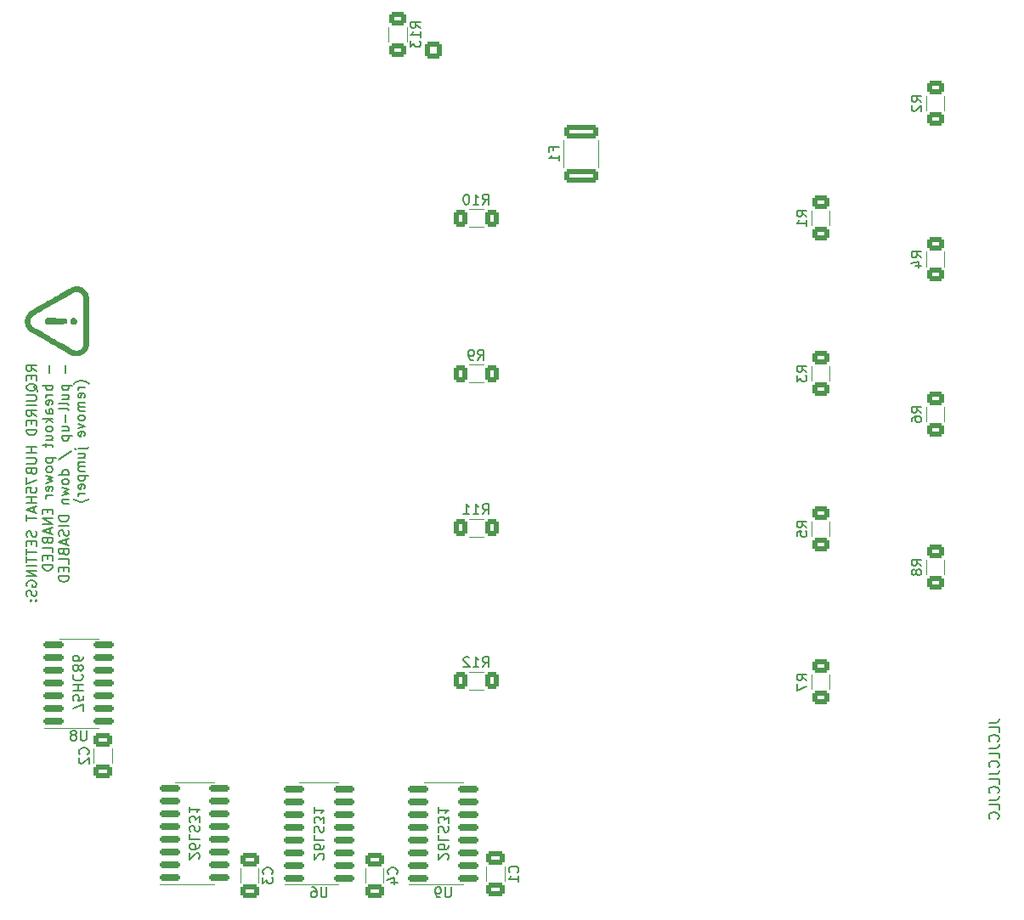
<source format=gbr>
%TF.GenerationSoftware,KiCad,Pcbnew,7.0.7*%
%TF.CreationDate,2023-12-16T22:01:11+01:00*%
%TF.ProjectId,BOB4AXIS,424f4234-4158-4495-932e-6b696361645f,rev?*%
%TF.SameCoordinates,Original*%
%TF.FileFunction,Legend,Bot*%
%TF.FilePolarity,Positive*%
%FSLAX46Y46*%
G04 Gerber Fmt 4.6, Leading zero omitted, Abs format (unit mm)*
G04 Created by KiCad (PCBNEW 7.0.7) date 2023-12-16 22:01:11*
%MOMM*%
%LPD*%
G01*
G04 APERTURE LIST*
G04 Aperture macros list*
%AMRoundRect*
0 Rectangle with rounded corners*
0 $1 Rounding radius*
0 $2 $3 $4 $5 $6 $7 $8 $9 X,Y pos of 4 corners*
0 Add a 4 corners polygon primitive as box body*
4,1,4,$2,$3,$4,$5,$6,$7,$8,$9,$2,$3,0*
0 Add four circle primitives for the rounded corners*
1,1,$1+$1,$2,$3*
1,1,$1+$1,$4,$5*
1,1,$1+$1,$6,$7*
1,1,$1+$1,$8,$9*
0 Add four rect primitives between the rounded corners*
20,1,$1+$1,$2,$3,$4,$5,0*
20,1,$1+$1,$4,$5,$6,$7,0*
20,1,$1+$1,$6,$7,$8,$9,0*
20,1,$1+$1,$8,$9,$2,$3,0*%
G04 Aperture macros list end*
%ADD10C,0.150000*%
%ADD11C,0.120000*%
%ADD12RoundRect,0.250000X0.625000X-0.400000X0.625000X0.400000X-0.625000X0.400000X-0.625000X-0.400000X0*%
%ADD13C,2.200000*%
%ADD14R,2.200000X2.200000*%
%ADD15C,0.800000*%
%ADD16C,6.400000*%
%ADD17R,1.700000X1.700000*%
%ADD18O,1.700000X1.700000*%
%ADD19R,1.600000X1.600000*%
%ADD20O,1.600000X1.600000*%
%ADD21RoundRect,0.250000X0.600000X-0.600000X0.600000X0.600000X-0.600000X0.600000X-0.600000X-0.600000X0*%
%ADD22C,1.700000*%
%ADD23RoundRect,0.250000X0.400000X0.625000X-0.400000X0.625000X-0.400000X-0.625000X0.400000X-0.625000X0*%
%ADD24RoundRect,0.250000X0.650000X-0.412500X0.650000X0.412500X-0.650000X0.412500X-0.650000X-0.412500X0*%
%ADD25RoundRect,0.250000X-0.625000X0.400000X-0.625000X-0.400000X0.625000X-0.400000X0.625000X0.400000X0*%
%ADD26RoundRect,0.250000X-1.450000X0.400000X-1.450000X-0.400000X1.450000X-0.400000X1.450000X0.400000X0*%
%ADD27RoundRect,0.150000X-0.825000X-0.150000X0.825000X-0.150000X0.825000X0.150000X-0.825000X0.150000X0*%
%ADD28RoundRect,0.250000X-0.650000X0.412500X-0.650000X-0.412500X0.650000X-0.412500X0.650000X0.412500X0*%
G04 APERTURE END LIST*
D10*
X7403180Y-73245313D02*
X7403180Y-72578647D01*
X7403180Y-72578647D02*
X6403180Y-73007218D01*
X7403180Y-71721504D02*
X7403180Y-72197694D01*
X7403180Y-72197694D02*
X6926990Y-72245313D01*
X6926990Y-72245313D02*
X6974609Y-72197694D01*
X6974609Y-72197694D02*
X7022228Y-72102456D01*
X7022228Y-72102456D02*
X7022228Y-71864361D01*
X7022228Y-71864361D02*
X6974609Y-71769123D01*
X6974609Y-71769123D02*
X6926990Y-71721504D01*
X6926990Y-71721504D02*
X6831752Y-71673885D01*
X6831752Y-71673885D02*
X6593657Y-71673885D01*
X6593657Y-71673885D02*
X6498419Y-71721504D01*
X6498419Y-71721504D02*
X6450800Y-71769123D01*
X6450800Y-71769123D02*
X6403180Y-71864361D01*
X6403180Y-71864361D02*
X6403180Y-72102456D01*
X6403180Y-72102456D02*
X6450800Y-72197694D01*
X6450800Y-72197694D02*
X6498419Y-72245313D01*
X6403180Y-71245313D02*
X7403180Y-71245313D01*
X6926990Y-71245313D02*
X6926990Y-70673885D01*
X6403180Y-70673885D02*
X7403180Y-70673885D01*
X6498419Y-69626266D02*
X6450800Y-69673885D01*
X6450800Y-69673885D02*
X6403180Y-69816742D01*
X6403180Y-69816742D02*
X6403180Y-69911980D01*
X6403180Y-69911980D02*
X6450800Y-70054837D01*
X6450800Y-70054837D02*
X6546038Y-70150075D01*
X6546038Y-70150075D02*
X6641276Y-70197694D01*
X6641276Y-70197694D02*
X6831752Y-70245313D01*
X6831752Y-70245313D02*
X6974609Y-70245313D01*
X6974609Y-70245313D02*
X7165085Y-70197694D01*
X7165085Y-70197694D02*
X7260323Y-70150075D01*
X7260323Y-70150075D02*
X7355561Y-70054837D01*
X7355561Y-70054837D02*
X7403180Y-69911980D01*
X7403180Y-69911980D02*
X7403180Y-69816742D01*
X7403180Y-69816742D02*
X7355561Y-69673885D01*
X7355561Y-69673885D02*
X7307942Y-69626266D01*
X6974609Y-69054837D02*
X7022228Y-69150075D01*
X7022228Y-69150075D02*
X7069847Y-69197694D01*
X7069847Y-69197694D02*
X7165085Y-69245313D01*
X7165085Y-69245313D02*
X7212704Y-69245313D01*
X7212704Y-69245313D02*
X7307942Y-69197694D01*
X7307942Y-69197694D02*
X7355561Y-69150075D01*
X7355561Y-69150075D02*
X7403180Y-69054837D01*
X7403180Y-69054837D02*
X7403180Y-68864361D01*
X7403180Y-68864361D02*
X7355561Y-68769123D01*
X7355561Y-68769123D02*
X7307942Y-68721504D01*
X7307942Y-68721504D02*
X7212704Y-68673885D01*
X7212704Y-68673885D02*
X7165085Y-68673885D01*
X7165085Y-68673885D02*
X7069847Y-68721504D01*
X7069847Y-68721504D02*
X7022228Y-68769123D01*
X7022228Y-68769123D02*
X6974609Y-68864361D01*
X6974609Y-68864361D02*
X6974609Y-69054837D01*
X6974609Y-69054837D02*
X6926990Y-69150075D01*
X6926990Y-69150075D02*
X6879371Y-69197694D01*
X6879371Y-69197694D02*
X6784133Y-69245313D01*
X6784133Y-69245313D02*
X6593657Y-69245313D01*
X6593657Y-69245313D02*
X6498419Y-69197694D01*
X6498419Y-69197694D02*
X6450800Y-69150075D01*
X6450800Y-69150075D02*
X6403180Y-69054837D01*
X6403180Y-69054837D02*
X6403180Y-68864361D01*
X6403180Y-68864361D02*
X6450800Y-68769123D01*
X6450800Y-68769123D02*
X6498419Y-68721504D01*
X6498419Y-68721504D02*
X6593657Y-68673885D01*
X6593657Y-68673885D02*
X6784133Y-68673885D01*
X6784133Y-68673885D02*
X6879371Y-68721504D01*
X6879371Y-68721504D02*
X6926990Y-68769123D01*
X6926990Y-68769123D02*
X6974609Y-68864361D01*
X7403180Y-67816742D02*
X7403180Y-68007218D01*
X7403180Y-68007218D02*
X7355561Y-68102456D01*
X7355561Y-68102456D02*
X7307942Y-68150075D01*
X7307942Y-68150075D02*
X7165085Y-68245313D01*
X7165085Y-68245313D02*
X6974609Y-68292932D01*
X6974609Y-68292932D02*
X6593657Y-68292932D01*
X6593657Y-68292932D02*
X6498419Y-68245313D01*
X6498419Y-68245313D02*
X6450800Y-68197694D01*
X6450800Y-68197694D02*
X6403180Y-68102456D01*
X6403180Y-68102456D02*
X6403180Y-67911980D01*
X6403180Y-67911980D02*
X6450800Y-67816742D01*
X6450800Y-67816742D02*
X6498419Y-67769123D01*
X6498419Y-67769123D02*
X6593657Y-67721504D01*
X6593657Y-67721504D02*
X6831752Y-67721504D01*
X6831752Y-67721504D02*
X6926990Y-67769123D01*
X6926990Y-67769123D02*
X6974609Y-67816742D01*
X6974609Y-67816742D02*
X7022228Y-67911980D01*
X7022228Y-67911980D02*
X7022228Y-68102456D01*
X7022228Y-68102456D02*
X6974609Y-68197694D01*
X6974609Y-68197694D02*
X6926990Y-68245313D01*
X6926990Y-68245313D02*
X6831752Y-68292932D01*
X18941142Y-87990037D02*
X18988761Y-87942418D01*
X18988761Y-87942418D02*
X19036380Y-87847180D01*
X19036380Y-87847180D02*
X19036380Y-87609085D01*
X19036380Y-87609085D02*
X18988761Y-87513847D01*
X18988761Y-87513847D02*
X18941142Y-87466228D01*
X18941142Y-87466228D02*
X18845904Y-87418609D01*
X18845904Y-87418609D02*
X18750666Y-87418609D01*
X18750666Y-87418609D02*
X18607809Y-87466228D01*
X18607809Y-87466228D02*
X18036380Y-88037656D01*
X18036380Y-88037656D02*
X18036380Y-87418609D01*
X19036380Y-86561466D02*
X19036380Y-86751942D01*
X19036380Y-86751942D02*
X18988761Y-86847180D01*
X18988761Y-86847180D02*
X18941142Y-86894799D01*
X18941142Y-86894799D02*
X18798285Y-86990037D01*
X18798285Y-86990037D02*
X18607809Y-87037656D01*
X18607809Y-87037656D02*
X18226857Y-87037656D01*
X18226857Y-87037656D02*
X18131619Y-86990037D01*
X18131619Y-86990037D02*
X18084000Y-86942418D01*
X18084000Y-86942418D02*
X18036380Y-86847180D01*
X18036380Y-86847180D02*
X18036380Y-86656704D01*
X18036380Y-86656704D02*
X18084000Y-86561466D01*
X18084000Y-86561466D02*
X18131619Y-86513847D01*
X18131619Y-86513847D02*
X18226857Y-86466228D01*
X18226857Y-86466228D02*
X18464952Y-86466228D01*
X18464952Y-86466228D02*
X18560190Y-86513847D01*
X18560190Y-86513847D02*
X18607809Y-86561466D01*
X18607809Y-86561466D02*
X18655428Y-86656704D01*
X18655428Y-86656704D02*
X18655428Y-86847180D01*
X18655428Y-86847180D02*
X18607809Y-86942418D01*
X18607809Y-86942418D02*
X18560190Y-86990037D01*
X18560190Y-86990037D02*
X18464952Y-87037656D01*
X18036380Y-85561466D02*
X18036380Y-86037656D01*
X18036380Y-86037656D02*
X19036380Y-86037656D01*
X18084000Y-85275751D02*
X18036380Y-85132894D01*
X18036380Y-85132894D02*
X18036380Y-84894799D01*
X18036380Y-84894799D02*
X18084000Y-84799561D01*
X18084000Y-84799561D02*
X18131619Y-84751942D01*
X18131619Y-84751942D02*
X18226857Y-84704323D01*
X18226857Y-84704323D02*
X18322095Y-84704323D01*
X18322095Y-84704323D02*
X18417333Y-84751942D01*
X18417333Y-84751942D02*
X18464952Y-84799561D01*
X18464952Y-84799561D02*
X18512571Y-84894799D01*
X18512571Y-84894799D02*
X18560190Y-85085275D01*
X18560190Y-85085275D02*
X18607809Y-85180513D01*
X18607809Y-85180513D02*
X18655428Y-85228132D01*
X18655428Y-85228132D02*
X18750666Y-85275751D01*
X18750666Y-85275751D02*
X18845904Y-85275751D01*
X18845904Y-85275751D02*
X18941142Y-85228132D01*
X18941142Y-85228132D02*
X18988761Y-85180513D01*
X18988761Y-85180513D02*
X19036380Y-85085275D01*
X19036380Y-85085275D02*
X19036380Y-84847180D01*
X19036380Y-84847180D02*
X18988761Y-84704323D01*
X19036380Y-84370989D02*
X19036380Y-83751942D01*
X19036380Y-83751942D02*
X18655428Y-84085275D01*
X18655428Y-84085275D02*
X18655428Y-83942418D01*
X18655428Y-83942418D02*
X18607809Y-83847180D01*
X18607809Y-83847180D02*
X18560190Y-83799561D01*
X18560190Y-83799561D02*
X18464952Y-83751942D01*
X18464952Y-83751942D02*
X18226857Y-83751942D01*
X18226857Y-83751942D02*
X18131619Y-83799561D01*
X18131619Y-83799561D02*
X18084000Y-83847180D01*
X18084000Y-83847180D02*
X18036380Y-83942418D01*
X18036380Y-83942418D02*
X18036380Y-84228132D01*
X18036380Y-84228132D02*
X18084000Y-84323370D01*
X18084000Y-84323370D02*
X18131619Y-84370989D01*
X18036380Y-82799561D02*
X18036380Y-83370989D01*
X18036380Y-83085275D02*
X19036380Y-83085275D01*
X19036380Y-83085275D02*
X18893523Y-83180513D01*
X18893523Y-83180513D02*
X18798285Y-83275751D01*
X18798285Y-83275751D02*
X18750666Y-83370989D01*
X43731542Y-88040837D02*
X43779161Y-87993218D01*
X43779161Y-87993218D02*
X43826780Y-87897980D01*
X43826780Y-87897980D02*
X43826780Y-87659885D01*
X43826780Y-87659885D02*
X43779161Y-87564647D01*
X43779161Y-87564647D02*
X43731542Y-87517028D01*
X43731542Y-87517028D02*
X43636304Y-87469409D01*
X43636304Y-87469409D02*
X43541066Y-87469409D01*
X43541066Y-87469409D02*
X43398209Y-87517028D01*
X43398209Y-87517028D02*
X42826780Y-88088456D01*
X42826780Y-88088456D02*
X42826780Y-87469409D01*
X43826780Y-86612266D02*
X43826780Y-86802742D01*
X43826780Y-86802742D02*
X43779161Y-86897980D01*
X43779161Y-86897980D02*
X43731542Y-86945599D01*
X43731542Y-86945599D02*
X43588685Y-87040837D01*
X43588685Y-87040837D02*
X43398209Y-87088456D01*
X43398209Y-87088456D02*
X43017257Y-87088456D01*
X43017257Y-87088456D02*
X42922019Y-87040837D01*
X42922019Y-87040837D02*
X42874400Y-86993218D01*
X42874400Y-86993218D02*
X42826780Y-86897980D01*
X42826780Y-86897980D02*
X42826780Y-86707504D01*
X42826780Y-86707504D02*
X42874400Y-86612266D01*
X42874400Y-86612266D02*
X42922019Y-86564647D01*
X42922019Y-86564647D02*
X43017257Y-86517028D01*
X43017257Y-86517028D02*
X43255352Y-86517028D01*
X43255352Y-86517028D02*
X43350590Y-86564647D01*
X43350590Y-86564647D02*
X43398209Y-86612266D01*
X43398209Y-86612266D02*
X43445828Y-86707504D01*
X43445828Y-86707504D02*
X43445828Y-86897980D01*
X43445828Y-86897980D02*
X43398209Y-86993218D01*
X43398209Y-86993218D02*
X43350590Y-87040837D01*
X43350590Y-87040837D02*
X43255352Y-87088456D01*
X42826780Y-85612266D02*
X42826780Y-86088456D01*
X42826780Y-86088456D02*
X43826780Y-86088456D01*
X42874400Y-85326551D02*
X42826780Y-85183694D01*
X42826780Y-85183694D02*
X42826780Y-84945599D01*
X42826780Y-84945599D02*
X42874400Y-84850361D01*
X42874400Y-84850361D02*
X42922019Y-84802742D01*
X42922019Y-84802742D02*
X43017257Y-84755123D01*
X43017257Y-84755123D02*
X43112495Y-84755123D01*
X43112495Y-84755123D02*
X43207733Y-84802742D01*
X43207733Y-84802742D02*
X43255352Y-84850361D01*
X43255352Y-84850361D02*
X43302971Y-84945599D01*
X43302971Y-84945599D02*
X43350590Y-85136075D01*
X43350590Y-85136075D02*
X43398209Y-85231313D01*
X43398209Y-85231313D02*
X43445828Y-85278932D01*
X43445828Y-85278932D02*
X43541066Y-85326551D01*
X43541066Y-85326551D02*
X43636304Y-85326551D01*
X43636304Y-85326551D02*
X43731542Y-85278932D01*
X43731542Y-85278932D02*
X43779161Y-85231313D01*
X43779161Y-85231313D02*
X43826780Y-85136075D01*
X43826780Y-85136075D02*
X43826780Y-84897980D01*
X43826780Y-84897980D02*
X43779161Y-84755123D01*
X43826780Y-84421789D02*
X43826780Y-83802742D01*
X43826780Y-83802742D02*
X43445828Y-84136075D01*
X43445828Y-84136075D02*
X43445828Y-83993218D01*
X43445828Y-83993218D02*
X43398209Y-83897980D01*
X43398209Y-83897980D02*
X43350590Y-83850361D01*
X43350590Y-83850361D02*
X43255352Y-83802742D01*
X43255352Y-83802742D02*
X43017257Y-83802742D01*
X43017257Y-83802742D02*
X42922019Y-83850361D01*
X42922019Y-83850361D02*
X42874400Y-83897980D01*
X42874400Y-83897980D02*
X42826780Y-83993218D01*
X42826780Y-83993218D02*
X42826780Y-84278932D01*
X42826780Y-84278932D02*
X42874400Y-84374170D01*
X42874400Y-84374170D02*
X42922019Y-84421789D01*
X42826780Y-82850361D02*
X42826780Y-83421789D01*
X42826780Y-83136075D02*
X43826780Y-83136075D01*
X43826780Y-83136075D02*
X43683923Y-83231313D01*
X43683923Y-83231313D02*
X43588685Y-83326551D01*
X43588685Y-83326551D02*
X43541066Y-83421789D01*
X31336342Y-88040837D02*
X31383961Y-87993218D01*
X31383961Y-87993218D02*
X31431580Y-87897980D01*
X31431580Y-87897980D02*
X31431580Y-87659885D01*
X31431580Y-87659885D02*
X31383961Y-87564647D01*
X31383961Y-87564647D02*
X31336342Y-87517028D01*
X31336342Y-87517028D02*
X31241104Y-87469409D01*
X31241104Y-87469409D02*
X31145866Y-87469409D01*
X31145866Y-87469409D02*
X31003009Y-87517028D01*
X31003009Y-87517028D02*
X30431580Y-88088456D01*
X30431580Y-88088456D02*
X30431580Y-87469409D01*
X31431580Y-86612266D02*
X31431580Y-86802742D01*
X31431580Y-86802742D02*
X31383961Y-86897980D01*
X31383961Y-86897980D02*
X31336342Y-86945599D01*
X31336342Y-86945599D02*
X31193485Y-87040837D01*
X31193485Y-87040837D02*
X31003009Y-87088456D01*
X31003009Y-87088456D02*
X30622057Y-87088456D01*
X30622057Y-87088456D02*
X30526819Y-87040837D01*
X30526819Y-87040837D02*
X30479200Y-86993218D01*
X30479200Y-86993218D02*
X30431580Y-86897980D01*
X30431580Y-86897980D02*
X30431580Y-86707504D01*
X30431580Y-86707504D02*
X30479200Y-86612266D01*
X30479200Y-86612266D02*
X30526819Y-86564647D01*
X30526819Y-86564647D02*
X30622057Y-86517028D01*
X30622057Y-86517028D02*
X30860152Y-86517028D01*
X30860152Y-86517028D02*
X30955390Y-86564647D01*
X30955390Y-86564647D02*
X31003009Y-86612266D01*
X31003009Y-86612266D02*
X31050628Y-86707504D01*
X31050628Y-86707504D02*
X31050628Y-86897980D01*
X31050628Y-86897980D02*
X31003009Y-86993218D01*
X31003009Y-86993218D02*
X30955390Y-87040837D01*
X30955390Y-87040837D02*
X30860152Y-87088456D01*
X30431580Y-85612266D02*
X30431580Y-86088456D01*
X30431580Y-86088456D02*
X31431580Y-86088456D01*
X30479200Y-85326551D02*
X30431580Y-85183694D01*
X30431580Y-85183694D02*
X30431580Y-84945599D01*
X30431580Y-84945599D02*
X30479200Y-84850361D01*
X30479200Y-84850361D02*
X30526819Y-84802742D01*
X30526819Y-84802742D02*
X30622057Y-84755123D01*
X30622057Y-84755123D02*
X30717295Y-84755123D01*
X30717295Y-84755123D02*
X30812533Y-84802742D01*
X30812533Y-84802742D02*
X30860152Y-84850361D01*
X30860152Y-84850361D02*
X30907771Y-84945599D01*
X30907771Y-84945599D02*
X30955390Y-85136075D01*
X30955390Y-85136075D02*
X31003009Y-85231313D01*
X31003009Y-85231313D02*
X31050628Y-85278932D01*
X31050628Y-85278932D02*
X31145866Y-85326551D01*
X31145866Y-85326551D02*
X31241104Y-85326551D01*
X31241104Y-85326551D02*
X31336342Y-85278932D01*
X31336342Y-85278932D02*
X31383961Y-85231313D01*
X31383961Y-85231313D02*
X31431580Y-85136075D01*
X31431580Y-85136075D02*
X31431580Y-84897980D01*
X31431580Y-84897980D02*
X31383961Y-84755123D01*
X31431580Y-84421789D02*
X31431580Y-83802742D01*
X31431580Y-83802742D02*
X31050628Y-84136075D01*
X31050628Y-84136075D02*
X31050628Y-83993218D01*
X31050628Y-83993218D02*
X31003009Y-83897980D01*
X31003009Y-83897980D02*
X30955390Y-83850361D01*
X30955390Y-83850361D02*
X30860152Y-83802742D01*
X30860152Y-83802742D02*
X30622057Y-83802742D01*
X30622057Y-83802742D02*
X30526819Y-83850361D01*
X30526819Y-83850361D02*
X30479200Y-83897980D01*
X30479200Y-83897980D02*
X30431580Y-83993218D01*
X30431580Y-83993218D02*
X30431580Y-84278932D01*
X30431580Y-84278932D02*
X30479200Y-84374170D01*
X30479200Y-84374170D02*
X30526819Y-84421789D01*
X30431580Y-82850361D02*
X30431580Y-83421789D01*
X30431580Y-83136075D02*
X31431580Y-83136075D01*
X31431580Y-83136075D02*
X31288723Y-83231313D01*
X31288723Y-83231313D02*
X31193485Y-83326551D01*
X31193485Y-83326551D02*
X31145866Y-83421789D01*
X97675819Y-74409493D02*
X98390104Y-74409493D01*
X98390104Y-74409493D02*
X98532961Y-74361874D01*
X98532961Y-74361874D02*
X98628200Y-74266636D01*
X98628200Y-74266636D02*
X98675819Y-74123779D01*
X98675819Y-74123779D02*
X98675819Y-74028541D01*
X98675819Y-75361874D02*
X98675819Y-74885684D01*
X98675819Y-74885684D02*
X97675819Y-74885684D01*
X98580580Y-76266636D02*
X98628200Y-76219017D01*
X98628200Y-76219017D02*
X98675819Y-76076160D01*
X98675819Y-76076160D02*
X98675819Y-75980922D01*
X98675819Y-75980922D02*
X98628200Y-75838065D01*
X98628200Y-75838065D02*
X98532961Y-75742827D01*
X98532961Y-75742827D02*
X98437723Y-75695208D01*
X98437723Y-75695208D02*
X98247247Y-75647589D01*
X98247247Y-75647589D02*
X98104390Y-75647589D01*
X98104390Y-75647589D02*
X97913914Y-75695208D01*
X97913914Y-75695208D02*
X97818676Y-75742827D01*
X97818676Y-75742827D02*
X97723438Y-75838065D01*
X97723438Y-75838065D02*
X97675819Y-75980922D01*
X97675819Y-75980922D02*
X97675819Y-76076160D01*
X97675819Y-76076160D02*
X97723438Y-76219017D01*
X97723438Y-76219017D02*
X97771057Y-76266636D01*
X97675819Y-76980922D02*
X98390104Y-76980922D01*
X98390104Y-76980922D02*
X98532961Y-76933303D01*
X98532961Y-76933303D02*
X98628200Y-76838065D01*
X98628200Y-76838065D02*
X98675819Y-76695208D01*
X98675819Y-76695208D02*
X98675819Y-76599970D01*
X98675819Y-77933303D02*
X98675819Y-77457113D01*
X98675819Y-77457113D02*
X97675819Y-77457113D01*
X98580580Y-78838065D02*
X98628200Y-78790446D01*
X98628200Y-78790446D02*
X98675819Y-78647589D01*
X98675819Y-78647589D02*
X98675819Y-78552351D01*
X98675819Y-78552351D02*
X98628200Y-78409494D01*
X98628200Y-78409494D02*
X98532961Y-78314256D01*
X98532961Y-78314256D02*
X98437723Y-78266637D01*
X98437723Y-78266637D02*
X98247247Y-78219018D01*
X98247247Y-78219018D02*
X98104390Y-78219018D01*
X98104390Y-78219018D02*
X97913914Y-78266637D01*
X97913914Y-78266637D02*
X97818676Y-78314256D01*
X97818676Y-78314256D02*
X97723438Y-78409494D01*
X97723438Y-78409494D02*
X97675819Y-78552351D01*
X97675819Y-78552351D02*
X97675819Y-78647589D01*
X97675819Y-78647589D02*
X97723438Y-78790446D01*
X97723438Y-78790446D02*
X97771057Y-78838065D01*
X97675819Y-79552351D02*
X98390104Y-79552351D01*
X98390104Y-79552351D02*
X98532961Y-79504732D01*
X98532961Y-79504732D02*
X98628200Y-79409494D01*
X98628200Y-79409494D02*
X98675819Y-79266637D01*
X98675819Y-79266637D02*
X98675819Y-79171399D01*
X98675819Y-80504732D02*
X98675819Y-80028542D01*
X98675819Y-80028542D02*
X97675819Y-80028542D01*
X98580580Y-81409494D02*
X98628200Y-81361875D01*
X98628200Y-81361875D02*
X98675819Y-81219018D01*
X98675819Y-81219018D02*
X98675819Y-81123780D01*
X98675819Y-81123780D02*
X98628200Y-80980923D01*
X98628200Y-80980923D02*
X98532961Y-80885685D01*
X98532961Y-80885685D02*
X98437723Y-80838066D01*
X98437723Y-80838066D02*
X98247247Y-80790447D01*
X98247247Y-80790447D02*
X98104390Y-80790447D01*
X98104390Y-80790447D02*
X97913914Y-80838066D01*
X97913914Y-80838066D02*
X97818676Y-80885685D01*
X97818676Y-80885685D02*
X97723438Y-80980923D01*
X97723438Y-80980923D02*
X97675819Y-81123780D01*
X97675819Y-81123780D02*
X97675819Y-81219018D01*
X97675819Y-81219018D02*
X97723438Y-81361875D01*
X97723438Y-81361875D02*
X97771057Y-81409494D01*
X97675819Y-82123780D02*
X98390104Y-82123780D01*
X98390104Y-82123780D02*
X98532961Y-82076161D01*
X98532961Y-82076161D02*
X98628200Y-81980923D01*
X98628200Y-81980923D02*
X98675819Y-81838066D01*
X98675819Y-81838066D02*
X98675819Y-81742828D01*
X98675819Y-83076161D02*
X98675819Y-82599971D01*
X98675819Y-82599971D02*
X97675819Y-82599971D01*
X98580580Y-83980923D02*
X98628200Y-83933304D01*
X98628200Y-83933304D02*
X98675819Y-83790447D01*
X98675819Y-83790447D02*
X98675819Y-83695209D01*
X98675819Y-83695209D02*
X98628200Y-83552352D01*
X98628200Y-83552352D02*
X98532961Y-83457114D01*
X98532961Y-83457114D02*
X98437723Y-83409495D01*
X98437723Y-83409495D02*
X98247247Y-83361876D01*
X98247247Y-83361876D02*
X98104390Y-83361876D01*
X98104390Y-83361876D02*
X97913914Y-83409495D01*
X97913914Y-83409495D02*
X97818676Y-83457114D01*
X97818676Y-83457114D02*
X97723438Y-83552352D01*
X97723438Y-83552352D02*
X97675819Y-83695209D01*
X97675819Y-83695209D02*
X97675819Y-83790447D01*
X97675819Y-83790447D02*
X97723438Y-83933304D01*
X97723438Y-83933304D02*
X97771057Y-83980923D01*
X2786819Y-39389207D02*
X2310628Y-39055874D01*
X2786819Y-38817779D02*
X1786819Y-38817779D01*
X1786819Y-38817779D02*
X1786819Y-39198731D01*
X1786819Y-39198731D02*
X1834438Y-39293969D01*
X1834438Y-39293969D02*
X1882057Y-39341588D01*
X1882057Y-39341588D02*
X1977295Y-39389207D01*
X1977295Y-39389207D02*
X2120152Y-39389207D01*
X2120152Y-39389207D02*
X2215390Y-39341588D01*
X2215390Y-39341588D02*
X2263009Y-39293969D01*
X2263009Y-39293969D02*
X2310628Y-39198731D01*
X2310628Y-39198731D02*
X2310628Y-38817779D01*
X2263009Y-39817779D02*
X2263009Y-40151112D01*
X2786819Y-40293969D02*
X2786819Y-39817779D01*
X2786819Y-39817779D02*
X1786819Y-39817779D01*
X1786819Y-39817779D02*
X1786819Y-40293969D01*
X2882057Y-41389207D02*
X2834438Y-41293969D01*
X2834438Y-41293969D02*
X2739200Y-41198731D01*
X2739200Y-41198731D02*
X2596342Y-41055874D01*
X2596342Y-41055874D02*
X2548723Y-40960636D01*
X2548723Y-40960636D02*
X2548723Y-40865398D01*
X2786819Y-40913017D02*
X2739200Y-40817779D01*
X2739200Y-40817779D02*
X2643961Y-40722541D01*
X2643961Y-40722541D02*
X2453485Y-40674922D01*
X2453485Y-40674922D02*
X2120152Y-40674922D01*
X2120152Y-40674922D02*
X1929676Y-40722541D01*
X1929676Y-40722541D02*
X1834438Y-40817779D01*
X1834438Y-40817779D02*
X1786819Y-40913017D01*
X1786819Y-40913017D02*
X1786819Y-41103493D01*
X1786819Y-41103493D02*
X1834438Y-41198731D01*
X1834438Y-41198731D02*
X1929676Y-41293969D01*
X1929676Y-41293969D02*
X2120152Y-41341588D01*
X2120152Y-41341588D02*
X2453485Y-41341588D01*
X2453485Y-41341588D02*
X2643961Y-41293969D01*
X2643961Y-41293969D02*
X2739200Y-41198731D01*
X2739200Y-41198731D02*
X2786819Y-41103493D01*
X2786819Y-41103493D02*
X2786819Y-40913017D01*
X1786819Y-41770160D02*
X2596342Y-41770160D01*
X2596342Y-41770160D02*
X2691580Y-41817779D01*
X2691580Y-41817779D02*
X2739200Y-41865398D01*
X2739200Y-41865398D02*
X2786819Y-41960636D01*
X2786819Y-41960636D02*
X2786819Y-42151112D01*
X2786819Y-42151112D02*
X2739200Y-42246350D01*
X2739200Y-42246350D02*
X2691580Y-42293969D01*
X2691580Y-42293969D02*
X2596342Y-42341588D01*
X2596342Y-42341588D02*
X1786819Y-42341588D01*
X2786819Y-42817779D02*
X1786819Y-42817779D01*
X2786819Y-43865397D02*
X2310628Y-43532064D01*
X2786819Y-43293969D02*
X1786819Y-43293969D01*
X1786819Y-43293969D02*
X1786819Y-43674921D01*
X1786819Y-43674921D02*
X1834438Y-43770159D01*
X1834438Y-43770159D02*
X1882057Y-43817778D01*
X1882057Y-43817778D02*
X1977295Y-43865397D01*
X1977295Y-43865397D02*
X2120152Y-43865397D01*
X2120152Y-43865397D02*
X2215390Y-43817778D01*
X2215390Y-43817778D02*
X2263009Y-43770159D01*
X2263009Y-43770159D02*
X2310628Y-43674921D01*
X2310628Y-43674921D02*
X2310628Y-43293969D01*
X2263009Y-44293969D02*
X2263009Y-44627302D01*
X2786819Y-44770159D02*
X2786819Y-44293969D01*
X2786819Y-44293969D02*
X1786819Y-44293969D01*
X1786819Y-44293969D02*
X1786819Y-44770159D01*
X2786819Y-45198731D02*
X1786819Y-45198731D01*
X1786819Y-45198731D02*
X1786819Y-45436826D01*
X1786819Y-45436826D02*
X1834438Y-45579683D01*
X1834438Y-45579683D02*
X1929676Y-45674921D01*
X1929676Y-45674921D02*
X2024914Y-45722540D01*
X2024914Y-45722540D02*
X2215390Y-45770159D01*
X2215390Y-45770159D02*
X2358247Y-45770159D01*
X2358247Y-45770159D02*
X2548723Y-45722540D01*
X2548723Y-45722540D02*
X2643961Y-45674921D01*
X2643961Y-45674921D02*
X2739200Y-45579683D01*
X2739200Y-45579683D02*
X2786819Y-45436826D01*
X2786819Y-45436826D02*
X2786819Y-45198731D01*
X2786819Y-46960636D02*
X1786819Y-46960636D01*
X2263009Y-46960636D02*
X2263009Y-47532064D01*
X2786819Y-47532064D02*
X1786819Y-47532064D01*
X1786819Y-48008255D02*
X2596342Y-48008255D01*
X2596342Y-48008255D02*
X2691580Y-48055874D01*
X2691580Y-48055874D02*
X2739200Y-48103493D01*
X2739200Y-48103493D02*
X2786819Y-48198731D01*
X2786819Y-48198731D02*
X2786819Y-48389207D01*
X2786819Y-48389207D02*
X2739200Y-48484445D01*
X2739200Y-48484445D02*
X2691580Y-48532064D01*
X2691580Y-48532064D02*
X2596342Y-48579683D01*
X2596342Y-48579683D02*
X1786819Y-48579683D01*
X2263009Y-49389207D02*
X2310628Y-49532064D01*
X2310628Y-49532064D02*
X2358247Y-49579683D01*
X2358247Y-49579683D02*
X2453485Y-49627302D01*
X2453485Y-49627302D02*
X2596342Y-49627302D01*
X2596342Y-49627302D02*
X2691580Y-49579683D01*
X2691580Y-49579683D02*
X2739200Y-49532064D01*
X2739200Y-49532064D02*
X2786819Y-49436826D01*
X2786819Y-49436826D02*
X2786819Y-49055874D01*
X2786819Y-49055874D02*
X1786819Y-49055874D01*
X1786819Y-49055874D02*
X1786819Y-49389207D01*
X1786819Y-49389207D02*
X1834438Y-49484445D01*
X1834438Y-49484445D02*
X1882057Y-49532064D01*
X1882057Y-49532064D02*
X1977295Y-49579683D01*
X1977295Y-49579683D02*
X2072533Y-49579683D01*
X2072533Y-49579683D02*
X2167771Y-49532064D01*
X2167771Y-49532064D02*
X2215390Y-49484445D01*
X2215390Y-49484445D02*
X2263009Y-49389207D01*
X2263009Y-49389207D02*
X2263009Y-49055874D01*
X1786819Y-49960636D02*
X1786819Y-50627302D01*
X1786819Y-50627302D02*
X2786819Y-50198731D01*
X1786819Y-51484445D02*
X1786819Y-51008255D01*
X1786819Y-51008255D02*
X2263009Y-50960636D01*
X2263009Y-50960636D02*
X2215390Y-51008255D01*
X2215390Y-51008255D02*
X2167771Y-51103493D01*
X2167771Y-51103493D02*
X2167771Y-51341588D01*
X2167771Y-51341588D02*
X2215390Y-51436826D01*
X2215390Y-51436826D02*
X2263009Y-51484445D01*
X2263009Y-51484445D02*
X2358247Y-51532064D01*
X2358247Y-51532064D02*
X2596342Y-51532064D01*
X2596342Y-51532064D02*
X2691580Y-51484445D01*
X2691580Y-51484445D02*
X2739200Y-51436826D01*
X2739200Y-51436826D02*
X2786819Y-51341588D01*
X2786819Y-51341588D02*
X2786819Y-51103493D01*
X2786819Y-51103493D02*
X2739200Y-51008255D01*
X2739200Y-51008255D02*
X2691580Y-50960636D01*
X2786819Y-51960636D02*
X1786819Y-51960636D01*
X2263009Y-51960636D02*
X2263009Y-52532064D01*
X2786819Y-52532064D02*
X1786819Y-52532064D01*
X2501104Y-52960636D02*
X2501104Y-53436826D01*
X2786819Y-52865398D02*
X1786819Y-53198731D01*
X1786819Y-53198731D02*
X2786819Y-53532064D01*
X1786819Y-53722541D02*
X1786819Y-54293969D01*
X2786819Y-54008255D02*
X1786819Y-54008255D01*
X2739200Y-55341589D02*
X2786819Y-55484446D01*
X2786819Y-55484446D02*
X2786819Y-55722541D01*
X2786819Y-55722541D02*
X2739200Y-55817779D01*
X2739200Y-55817779D02*
X2691580Y-55865398D01*
X2691580Y-55865398D02*
X2596342Y-55913017D01*
X2596342Y-55913017D02*
X2501104Y-55913017D01*
X2501104Y-55913017D02*
X2405866Y-55865398D01*
X2405866Y-55865398D02*
X2358247Y-55817779D01*
X2358247Y-55817779D02*
X2310628Y-55722541D01*
X2310628Y-55722541D02*
X2263009Y-55532065D01*
X2263009Y-55532065D02*
X2215390Y-55436827D01*
X2215390Y-55436827D02*
X2167771Y-55389208D01*
X2167771Y-55389208D02*
X2072533Y-55341589D01*
X2072533Y-55341589D02*
X1977295Y-55341589D01*
X1977295Y-55341589D02*
X1882057Y-55389208D01*
X1882057Y-55389208D02*
X1834438Y-55436827D01*
X1834438Y-55436827D02*
X1786819Y-55532065D01*
X1786819Y-55532065D02*
X1786819Y-55770160D01*
X1786819Y-55770160D02*
X1834438Y-55913017D01*
X2263009Y-56341589D02*
X2263009Y-56674922D01*
X2786819Y-56817779D02*
X2786819Y-56341589D01*
X2786819Y-56341589D02*
X1786819Y-56341589D01*
X1786819Y-56341589D02*
X1786819Y-56817779D01*
X1786819Y-57103494D02*
X1786819Y-57674922D01*
X2786819Y-57389208D02*
X1786819Y-57389208D01*
X1786819Y-57865399D02*
X1786819Y-58436827D01*
X2786819Y-58151113D02*
X1786819Y-58151113D01*
X2786819Y-58770161D02*
X1786819Y-58770161D01*
X2786819Y-59246351D02*
X1786819Y-59246351D01*
X1786819Y-59246351D02*
X2786819Y-59817779D01*
X2786819Y-59817779D02*
X1786819Y-59817779D01*
X1834438Y-60817779D02*
X1786819Y-60722541D01*
X1786819Y-60722541D02*
X1786819Y-60579684D01*
X1786819Y-60579684D02*
X1834438Y-60436827D01*
X1834438Y-60436827D02*
X1929676Y-60341589D01*
X1929676Y-60341589D02*
X2024914Y-60293970D01*
X2024914Y-60293970D02*
X2215390Y-60246351D01*
X2215390Y-60246351D02*
X2358247Y-60246351D01*
X2358247Y-60246351D02*
X2548723Y-60293970D01*
X2548723Y-60293970D02*
X2643961Y-60341589D01*
X2643961Y-60341589D02*
X2739200Y-60436827D01*
X2739200Y-60436827D02*
X2786819Y-60579684D01*
X2786819Y-60579684D02*
X2786819Y-60674922D01*
X2786819Y-60674922D02*
X2739200Y-60817779D01*
X2739200Y-60817779D02*
X2691580Y-60865398D01*
X2691580Y-60865398D02*
X2358247Y-60865398D01*
X2358247Y-60865398D02*
X2358247Y-60674922D01*
X2739200Y-61246351D02*
X2786819Y-61389208D01*
X2786819Y-61389208D02*
X2786819Y-61627303D01*
X2786819Y-61627303D02*
X2739200Y-61722541D01*
X2739200Y-61722541D02*
X2691580Y-61770160D01*
X2691580Y-61770160D02*
X2596342Y-61817779D01*
X2596342Y-61817779D02*
X2501104Y-61817779D01*
X2501104Y-61817779D02*
X2405866Y-61770160D01*
X2405866Y-61770160D02*
X2358247Y-61722541D01*
X2358247Y-61722541D02*
X2310628Y-61627303D01*
X2310628Y-61627303D02*
X2263009Y-61436827D01*
X2263009Y-61436827D02*
X2215390Y-61341589D01*
X2215390Y-61341589D02*
X2167771Y-61293970D01*
X2167771Y-61293970D02*
X2072533Y-61246351D01*
X2072533Y-61246351D02*
X1977295Y-61246351D01*
X1977295Y-61246351D02*
X1882057Y-61293970D01*
X1882057Y-61293970D02*
X1834438Y-61341589D01*
X1834438Y-61341589D02*
X1786819Y-61436827D01*
X1786819Y-61436827D02*
X1786819Y-61674922D01*
X1786819Y-61674922D02*
X1834438Y-61817779D01*
X2691580Y-62246351D02*
X2739200Y-62293970D01*
X2739200Y-62293970D02*
X2786819Y-62246351D01*
X2786819Y-62246351D02*
X2739200Y-62198732D01*
X2739200Y-62198732D02*
X2691580Y-62246351D01*
X2691580Y-62246351D02*
X2786819Y-62246351D01*
X2167771Y-62246351D02*
X2215390Y-62293970D01*
X2215390Y-62293970D02*
X2263009Y-62246351D01*
X2263009Y-62246351D02*
X2215390Y-62198732D01*
X2215390Y-62198732D02*
X2167771Y-62246351D01*
X2167771Y-62246351D02*
X2263009Y-62246351D01*
X4015866Y-38817779D02*
X4015866Y-39579684D01*
X4396819Y-40817779D02*
X3396819Y-40817779D01*
X3777771Y-40817779D02*
X3730152Y-40913017D01*
X3730152Y-40913017D02*
X3730152Y-41103493D01*
X3730152Y-41103493D02*
X3777771Y-41198731D01*
X3777771Y-41198731D02*
X3825390Y-41246350D01*
X3825390Y-41246350D02*
X3920628Y-41293969D01*
X3920628Y-41293969D02*
X4206342Y-41293969D01*
X4206342Y-41293969D02*
X4301580Y-41246350D01*
X4301580Y-41246350D02*
X4349200Y-41198731D01*
X4349200Y-41198731D02*
X4396819Y-41103493D01*
X4396819Y-41103493D02*
X4396819Y-40913017D01*
X4396819Y-40913017D02*
X4349200Y-40817779D01*
X4396819Y-41722541D02*
X3730152Y-41722541D01*
X3920628Y-41722541D02*
X3825390Y-41770160D01*
X3825390Y-41770160D02*
X3777771Y-41817779D01*
X3777771Y-41817779D02*
X3730152Y-41913017D01*
X3730152Y-41913017D02*
X3730152Y-42008255D01*
X4349200Y-42722541D02*
X4396819Y-42627303D01*
X4396819Y-42627303D02*
X4396819Y-42436827D01*
X4396819Y-42436827D02*
X4349200Y-42341589D01*
X4349200Y-42341589D02*
X4253961Y-42293970D01*
X4253961Y-42293970D02*
X3873009Y-42293970D01*
X3873009Y-42293970D02*
X3777771Y-42341589D01*
X3777771Y-42341589D02*
X3730152Y-42436827D01*
X3730152Y-42436827D02*
X3730152Y-42627303D01*
X3730152Y-42627303D02*
X3777771Y-42722541D01*
X3777771Y-42722541D02*
X3873009Y-42770160D01*
X3873009Y-42770160D02*
X3968247Y-42770160D01*
X3968247Y-42770160D02*
X4063485Y-42293970D01*
X4396819Y-43627303D02*
X3873009Y-43627303D01*
X3873009Y-43627303D02*
X3777771Y-43579684D01*
X3777771Y-43579684D02*
X3730152Y-43484446D01*
X3730152Y-43484446D02*
X3730152Y-43293970D01*
X3730152Y-43293970D02*
X3777771Y-43198732D01*
X4349200Y-43627303D02*
X4396819Y-43532065D01*
X4396819Y-43532065D02*
X4396819Y-43293970D01*
X4396819Y-43293970D02*
X4349200Y-43198732D01*
X4349200Y-43198732D02*
X4253961Y-43151113D01*
X4253961Y-43151113D02*
X4158723Y-43151113D01*
X4158723Y-43151113D02*
X4063485Y-43198732D01*
X4063485Y-43198732D02*
X4015866Y-43293970D01*
X4015866Y-43293970D02*
X4015866Y-43532065D01*
X4015866Y-43532065D02*
X3968247Y-43627303D01*
X4396819Y-44103494D02*
X3396819Y-44103494D01*
X4015866Y-44198732D02*
X4396819Y-44484446D01*
X3730152Y-44484446D02*
X4111104Y-44103494D01*
X4396819Y-45055875D02*
X4349200Y-44960637D01*
X4349200Y-44960637D02*
X4301580Y-44913018D01*
X4301580Y-44913018D02*
X4206342Y-44865399D01*
X4206342Y-44865399D02*
X3920628Y-44865399D01*
X3920628Y-44865399D02*
X3825390Y-44913018D01*
X3825390Y-44913018D02*
X3777771Y-44960637D01*
X3777771Y-44960637D02*
X3730152Y-45055875D01*
X3730152Y-45055875D02*
X3730152Y-45198732D01*
X3730152Y-45198732D02*
X3777771Y-45293970D01*
X3777771Y-45293970D02*
X3825390Y-45341589D01*
X3825390Y-45341589D02*
X3920628Y-45389208D01*
X3920628Y-45389208D02*
X4206342Y-45389208D01*
X4206342Y-45389208D02*
X4301580Y-45341589D01*
X4301580Y-45341589D02*
X4349200Y-45293970D01*
X4349200Y-45293970D02*
X4396819Y-45198732D01*
X4396819Y-45198732D02*
X4396819Y-45055875D01*
X3730152Y-46246351D02*
X4396819Y-46246351D01*
X3730152Y-45817780D02*
X4253961Y-45817780D01*
X4253961Y-45817780D02*
X4349200Y-45865399D01*
X4349200Y-45865399D02*
X4396819Y-45960637D01*
X4396819Y-45960637D02*
X4396819Y-46103494D01*
X4396819Y-46103494D02*
X4349200Y-46198732D01*
X4349200Y-46198732D02*
X4301580Y-46246351D01*
X3730152Y-46579685D02*
X3730152Y-46960637D01*
X3396819Y-46722542D02*
X4253961Y-46722542D01*
X4253961Y-46722542D02*
X4349200Y-46770161D01*
X4349200Y-46770161D02*
X4396819Y-46865399D01*
X4396819Y-46865399D02*
X4396819Y-46960637D01*
X3730152Y-48055876D02*
X4730152Y-48055876D01*
X3777771Y-48055876D02*
X3730152Y-48151114D01*
X3730152Y-48151114D02*
X3730152Y-48341590D01*
X3730152Y-48341590D02*
X3777771Y-48436828D01*
X3777771Y-48436828D02*
X3825390Y-48484447D01*
X3825390Y-48484447D02*
X3920628Y-48532066D01*
X3920628Y-48532066D02*
X4206342Y-48532066D01*
X4206342Y-48532066D02*
X4301580Y-48484447D01*
X4301580Y-48484447D02*
X4349200Y-48436828D01*
X4349200Y-48436828D02*
X4396819Y-48341590D01*
X4396819Y-48341590D02*
X4396819Y-48151114D01*
X4396819Y-48151114D02*
X4349200Y-48055876D01*
X4396819Y-49103495D02*
X4349200Y-49008257D01*
X4349200Y-49008257D02*
X4301580Y-48960638D01*
X4301580Y-48960638D02*
X4206342Y-48913019D01*
X4206342Y-48913019D02*
X3920628Y-48913019D01*
X3920628Y-48913019D02*
X3825390Y-48960638D01*
X3825390Y-48960638D02*
X3777771Y-49008257D01*
X3777771Y-49008257D02*
X3730152Y-49103495D01*
X3730152Y-49103495D02*
X3730152Y-49246352D01*
X3730152Y-49246352D02*
X3777771Y-49341590D01*
X3777771Y-49341590D02*
X3825390Y-49389209D01*
X3825390Y-49389209D02*
X3920628Y-49436828D01*
X3920628Y-49436828D02*
X4206342Y-49436828D01*
X4206342Y-49436828D02*
X4301580Y-49389209D01*
X4301580Y-49389209D02*
X4349200Y-49341590D01*
X4349200Y-49341590D02*
X4396819Y-49246352D01*
X4396819Y-49246352D02*
X4396819Y-49103495D01*
X3730152Y-49770162D02*
X4396819Y-49960638D01*
X4396819Y-49960638D02*
X3920628Y-50151114D01*
X3920628Y-50151114D02*
X4396819Y-50341590D01*
X4396819Y-50341590D02*
X3730152Y-50532066D01*
X4349200Y-51293971D02*
X4396819Y-51198733D01*
X4396819Y-51198733D02*
X4396819Y-51008257D01*
X4396819Y-51008257D02*
X4349200Y-50913019D01*
X4349200Y-50913019D02*
X4253961Y-50865400D01*
X4253961Y-50865400D02*
X3873009Y-50865400D01*
X3873009Y-50865400D02*
X3777771Y-50913019D01*
X3777771Y-50913019D02*
X3730152Y-51008257D01*
X3730152Y-51008257D02*
X3730152Y-51198733D01*
X3730152Y-51198733D02*
X3777771Y-51293971D01*
X3777771Y-51293971D02*
X3873009Y-51341590D01*
X3873009Y-51341590D02*
X3968247Y-51341590D01*
X3968247Y-51341590D02*
X4063485Y-50865400D01*
X4396819Y-51770162D02*
X3730152Y-51770162D01*
X3920628Y-51770162D02*
X3825390Y-51817781D01*
X3825390Y-51817781D02*
X3777771Y-51865400D01*
X3777771Y-51865400D02*
X3730152Y-51960638D01*
X3730152Y-51960638D02*
X3730152Y-52055876D01*
X3873009Y-53151115D02*
X3873009Y-53484448D01*
X4396819Y-53627305D02*
X4396819Y-53151115D01*
X4396819Y-53151115D02*
X3396819Y-53151115D01*
X3396819Y-53151115D02*
X3396819Y-53627305D01*
X4396819Y-54055877D02*
X3396819Y-54055877D01*
X3396819Y-54055877D02*
X4396819Y-54627305D01*
X4396819Y-54627305D02*
X3396819Y-54627305D01*
X4111104Y-55055877D02*
X4111104Y-55532067D01*
X4396819Y-54960639D02*
X3396819Y-55293972D01*
X3396819Y-55293972D02*
X4396819Y-55627305D01*
X3873009Y-56293972D02*
X3920628Y-56436829D01*
X3920628Y-56436829D02*
X3968247Y-56484448D01*
X3968247Y-56484448D02*
X4063485Y-56532067D01*
X4063485Y-56532067D02*
X4206342Y-56532067D01*
X4206342Y-56532067D02*
X4301580Y-56484448D01*
X4301580Y-56484448D02*
X4349200Y-56436829D01*
X4349200Y-56436829D02*
X4396819Y-56341591D01*
X4396819Y-56341591D02*
X4396819Y-55960639D01*
X4396819Y-55960639D02*
X3396819Y-55960639D01*
X3396819Y-55960639D02*
X3396819Y-56293972D01*
X3396819Y-56293972D02*
X3444438Y-56389210D01*
X3444438Y-56389210D02*
X3492057Y-56436829D01*
X3492057Y-56436829D02*
X3587295Y-56484448D01*
X3587295Y-56484448D02*
X3682533Y-56484448D01*
X3682533Y-56484448D02*
X3777771Y-56436829D01*
X3777771Y-56436829D02*
X3825390Y-56389210D01*
X3825390Y-56389210D02*
X3873009Y-56293972D01*
X3873009Y-56293972D02*
X3873009Y-55960639D01*
X4396819Y-57436829D02*
X4396819Y-56960639D01*
X4396819Y-56960639D02*
X3396819Y-56960639D01*
X3873009Y-57770163D02*
X3873009Y-58103496D01*
X4396819Y-58246353D02*
X4396819Y-57770163D01*
X4396819Y-57770163D02*
X3396819Y-57770163D01*
X3396819Y-57770163D02*
X3396819Y-58246353D01*
X4396819Y-58674925D02*
X3396819Y-58674925D01*
X3396819Y-58674925D02*
X3396819Y-58913020D01*
X3396819Y-58913020D02*
X3444438Y-59055877D01*
X3444438Y-59055877D02*
X3539676Y-59151115D01*
X3539676Y-59151115D02*
X3634914Y-59198734D01*
X3634914Y-59198734D02*
X3825390Y-59246353D01*
X3825390Y-59246353D02*
X3968247Y-59246353D01*
X3968247Y-59246353D02*
X4158723Y-59198734D01*
X4158723Y-59198734D02*
X4253961Y-59151115D01*
X4253961Y-59151115D02*
X4349200Y-59055877D01*
X4349200Y-59055877D02*
X4396819Y-58913020D01*
X4396819Y-58913020D02*
X4396819Y-58674925D01*
X5625866Y-38817779D02*
X5625866Y-39579684D01*
X5340152Y-40817779D02*
X6340152Y-40817779D01*
X5387771Y-40817779D02*
X5340152Y-40913017D01*
X5340152Y-40913017D02*
X5340152Y-41103493D01*
X5340152Y-41103493D02*
X5387771Y-41198731D01*
X5387771Y-41198731D02*
X5435390Y-41246350D01*
X5435390Y-41246350D02*
X5530628Y-41293969D01*
X5530628Y-41293969D02*
X5816342Y-41293969D01*
X5816342Y-41293969D02*
X5911580Y-41246350D01*
X5911580Y-41246350D02*
X5959200Y-41198731D01*
X5959200Y-41198731D02*
X6006819Y-41103493D01*
X6006819Y-41103493D02*
X6006819Y-40913017D01*
X6006819Y-40913017D02*
X5959200Y-40817779D01*
X5340152Y-42151112D02*
X6006819Y-42151112D01*
X5340152Y-41722541D02*
X5863961Y-41722541D01*
X5863961Y-41722541D02*
X5959200Y-41770160D01*
X5959200Y-41770160D02*
X6006819Y-41865398D01*
X6006819Y-41865398D02*
X6006819Y-42008255D01*
X6006819Y-42008255D02*
X5959200Y-42103493D01*
X5959200Y-42103493D02*
X5911580Y-42151112D01*
X6006819Y-42770160D02*
X5959200Y-42674922D01*
X5959200Y-42674922D02*
X5863961Y-42627303D01*
X5863961Y-42627303D02*
X5006819Y-42627303D01*
X6006819Y-43293970D02*
X5959200Y-43198732D01*
X5959200Y-43198732D02*
X5863961Y-43151113D01*
X5863961Y-43151113D02*
X5006819Y-43151113D01*
X5625866Y-43674923D02*
X5625866Y-44436828D01*
X5340152Y-45341589D02*
X6006819Y-45341589D01*
X5340152Y-44913018D02*
X5863961Y-44913018D01*
X5863961Y-44913018D02*
X5959200Y-44960637D01*
X5959200Y-44960637D02*
X6006819Y-45055875D01*
X6006819Y-45055875D02*
X6006819Y-45198732D01*
X6006819Y-45198732D02*
X5959200Y-45293970D01*
X5959200Y-45293970D02*
X5911580Y-45341589D01*
X5340152Y-45817780D02*
X6340152Y-45817780D01*
X5387771Y-45817780D02*
X5340152Y-45913018D01*
X5340152Y-45913018D02*
X5340152Y-46103494D01*
X5340152Y-46103494D02*
X5387771Y-46198732D01*
X5387771Y-46198732D02*
X5435390Y-46246351D01*
X5435390Y-46246351D02*
X5530628Y-46293970D01*
X5530628Y-46293970D02*
X5816342Y-46293970D01*
X5816342Y-46293970D02*
X5911580Y-46246351D01*
X5911580Y-46246351D02*
X5959200Y-46198732D01*
X5959200Y-46198732D02*
X6006819Y-46103494D01*
X6006819Y-46103494D02*
X6006819Y-45913018D01*
X6006819Y-45913018D02*
X5959200Y-45817780D01*
X4959200Y-48198732D02*
X6244914Y-47341590D01*
X6006819Y-49722542D02*
X5006819Y-49722542D01*
X5959200Y-49722542D02*
X6006819Y-49627304D01*
X6006819Y-49627304D02*
X6006819Y-49436828D01*
X6006819Y-49436828D02*
X5959200Y-49341590D01*
X5959200Y-49341590D02*
X5911580Y-49293971D01*
X5911580Y-49293971D02*
X5816342Y-49246352D01*
X5816342Y-49246352D02*
X5530628Y-49246352D01*
X5530628Y-49246352D02*
X5435390Y-49293971D01*
X5435390Y-49293971D02*
X5387771Y-49341590D01*
X5387771Y-49341590D02*
X5340152Y-49436828D01*
X5340152Y-49436828D02*
X5340152Y-49627304D01*
X5340152Y-49627304D02*
X5387771Y-49722542D01*
X6006819Y-50341590D02*
X5959200Y-50246352D01*
X5959200Y-50246352D02*
X5911580Y-50198733D01*
X5911580Y-50198733D02*
X5816342Y-50151114D01*
X5816342Y-50151114D02*
X5530628Y-50151114D01*
X5530628Y-50151114D02*
X5435390Y-50198733D01*
X5435390Y-50198733D02*
X5387771Y-50246352D01*
X5387771Y-50246352D02*
X5340152Y-50341590D01*
X5340152Y-50341590D02*
X5340152Y-50484447D01*
X5340152Y-50484447D02*
X5387771Y-50579685D01*
X5387771Y-50579685D02*
X5435390Y-50627304D01*
X5435390Y-50627304D02*
X5530628Y-50674923D01*
X5530628Y-50674923D02*
X5816342Y-50674923D01*
X5816342Y-50674923D02*
X5911580Y-50627304D01*
X5911580Y-50627304D02*
X5959200Y-50579685D01*
X5959200Y-50579685D02*
X6006819Y-50484447D01*
X6006819Y-50484447D02*
X6006819Y-50341590D01*
X5340152Y-51008257D02*
X6006819Y-51198733D01*
X6006819Y-51198733D02*
X5530628Y-51389209D01*
X5530628Y-51389209D02*
X6006819Y-51579685D01*
X6006819Y-51579685D02*
X5340152Y-51770161D01*
X5340152Y-52151114D02*
X6006819Y-52151114D01*
X5435390Y-52151114D02*
X5387771Y-52198733D01*
X5387771Y-52198733D02*
X5340152Y-52293971D01*
X5340152Y-52293971D02*
X5340152Y-52436828D01*
X5340152Y-52436828D02*
X5387771Y-52532066D01*
X5387771Y-52532066D02*
X5483009Y-52579685D01*
X5483009Y-52579685D02*
X6006819Y-52579685D01*
X6006819Y-53817781D02*
X5006819Y-53817781D01*
X5006819Y-53817781D02*
X5006819Y-54055876D01*
X5006819Y-54055876D02*
X5054438Y-54198733D01*
X5054438Y-54198733D02*
X5149676Y-54293971D01*
X5149676Y-54293971D02*
X5244914Y-54341590D01*
X5244914Y-54341590D02*
X5435390Y-54389209D01*
X5435390Y-54389209D02*
X5578247Y-54389209D01*
X5578247Y-54389209D02*
X5768723Y-54341590D01*
X5768723Y-54341590D02*
X5863961Y-54293971D01*
X5863961Y-54293971D02*
X5959200Y-54198733D01*
X5959200Y-54198733D02*
X6006819Y-54055876D01*
X6006819Y-54055876D02*
X6006819Y-53817781D01*
X6006819Y-54817781D02*
X5006819Y-54817781D01*
X5959200Y-55246352D02*
X6006819Y-55389209D01*
X6006819Y-55389209D02*
X6006819Y-55627304D01*
X6006819Y-55627304D02*
X5959200Y-55722542D01*
X5959200Y-55722542D02*
X5911580Y-55770161D01*
X5911580Y-55770161D02*
X5816342Y-55817780D01*
X5816342Y-55817780D02*
X5721104Y-55817780D01*
X5721104Y-55817780D02*
X5625866Y-55770161D01*
X5625866Y-55770161D02*
X5578247Y-55722542D01*
X5578247Y-55722542D02*
X5530628Y-55627304D01*
X5530628Y-55627304D02*
X5483009Y-55436828D01*
X5483009Y-55436828D02*
X5435390Y-55341590D01*
X5435390Y-55341590D02*
X5387771Y-55293971D01*
X5387771Y-55293971D02*
X5292533Y-55246352D01*
X5292533Y-55246352D02*
X5197295Y-55246352D01*
X5197295Y-55246352D02*
X5102057Y-55293971D01*
X5102057Y-55293971D02*
X5054438Y-55341590D01*
X5054438Y-55341590D02*
X5006819Y-55436828D01*
X5006819Y-55436828D02*
X5006819Y-55674923D01*
X5006819Y-55674923D02*
X5054438Y-55817780D01*
X5721104Y-56198733D02*
X5721104Y-56674923D01*
X6006819Y-56103495D02*
X5006819Y-56436828D01*
X5006819Y-56436828D02*
X6006819Y-56770161D01*
X5483009Y-57436828D02*
X5530628Y-57579685D01*
X5530628Y-57579685D02*
X5578247Y-57627304D01*
X5578247Y-57627304D02*
X5673485Y-57674923D01*
X5673485Y-57674923D02*
X5816342Y-57674923D01*
X5816342Y-57674923D02*
X5911580Y-57627304D01*
X5911580Y-57627304D02*
X5959200Y-57579685D01*
X5959200Y-57579685D02*
X6006819Y-57484447D01*
X6006819Y-57484447D02*
X6006819Y-57103495D01*
X6006819Y-57103495D02*
X5006819Y-57103495D01*
X5006819Y-57103495D02*
X5006819Y-57436828D01*
X5006819Y-57436828D02*
X5054438Y-57532066D01*
X5054438Y-57532066D02*
X5102057Y-57579685D01*
X5102057Y-57579685D02*
X5197295Y-57627304D01*
X5197295Y-57627304D02*
X5292533Y-57627304D01*
X5292533Y-57627304D02*
X5387771Y-57579685D01*
X5387771Y-57579685D02*
X5435390Y-57532066D01*
X5435390Y-57532066D02*
X5483009Y-57436828D01*
X5483009Y-57436828D02*
X5483009Y-57103495D01*
X6006819Y-58579685D02*
X6006819Y-58103495D01*
X6006819Y-58103495D02*
X5006819Y-58103495D01*
X5483009Y-58913019D02*
X5483009Y-59246352D01*
X6006819Y-59389209D02*
X6006819Y-58913019D01*
X6006819Y-58913019D02*
X5006819Y-58913019D01*
X5006819Y-58913019D02*
X5006819Y-59389209D01*
X6006819Y-59817781D02*
X5006819Y-59817781D01*
X5006819Y-59817781D02*
X5006819Y-60055876D01*
X5006819Y-60055876D02*
X5054438Y-60198733D01*
X5054438Y-60198733D02*
X5149676Y-60293971D01*
X5149676Y-60293971D02*
X5244914Y-60341590D01*
X5244914Y-60341590D02*
X5435390Y-60389209D01*
X5435390Y-60389209D02*
X5578247Y-60389209D01*
X5578247Y-60389209D02*
X5768723Y-60341590D01*
X5768723Y-60341590D02*
X5863961Y-60293971D01*
X5863961Y-60293971D02*
X5959200Y-60198733D01*
X5959200Y-60198733D02*
X6006819Y-60055876D01*
X6006819Y-60055876D02*
X6006819Y-59817781D01*
X7997771Y-40627303D02*
X7950152Y-40579684D01*
X7950152Y-40579684D02*
X7807295Y-40484446D01*
X7807295Y-40484446D02*
X7712057Y-40436827D01*
X7712057Y-40436827D02*
X7569200Y-40389208D01*
X7569200Y-40389208D02*
X7331104Y-40341589D01*
X7331104Y-40341589D02*
X7140628Y-40341589D01*
X7140628Y-40341589D02*
X6902533Y-40389208D01*
X6902533Y-40389208D02*
X6759676Y-40436827D01*
X6759676Y-40436827D02*
X6664438Y-40484446D01*
X6664438Y-40484446D02*
X6521580Y-40579684D01*
X6521580Y-40579684D02*
X6473961Y-40627303D01*
X7616819Y-41008256D02*
X6950152Y-41008256D01*
X7140628Y-41008256D02*
X7045390Y-41055875D01*
X7045390Y-41055875D02*
X6997771Y-41103494D01*
X6997771Y-41103494D02*
X6950152Y-41198732D01*
X6950152Y-41198732D02*
X6950152Y-41293970D01*
X7569200Y-42008256D02*
X7616819Y-41913018D01*
X7616819Y-41913018D02*
X7616819Y-41722542D01*
X7616819Y-41722542D02*
X7569200Y-41627304D01*
X7569200Y-41627304D02*
X7473961Y-41579685D01*
X7473961Y-41579685D02*
X7093009Y-41579685D01*
X7093009Y-41579685D02*
X6997771Y-41627304D01*
X6997771Y-41627304D02*
X6950152Y-41722542D01*
X6950152Y-41722542D02*
X6950152Y-41913018D01*
X6950152Y-41913018D02*
X6997771Y-42008256D01*
X6997771Y-42008256D02*
X7093009Y-42055875D01*
X7093009Y-42055875D02*
X7188247Y-42055875D01*
X7188247Y-42055875D02*
X7283485Y-41579685D01*
X7616819Y-42484447D02*
X6950152Y-42484447D01*
X7045390Y-42484447D02*
X6997771Y-42532066D01*
X6997771Y-42532066D02*
X6950152Y-42627304D01*
X6950152Y-42627304D02*
X6950152Y-42770161D01*
X6950152Y-42770161D02*
X6997771Y-42865399D01*
X6997771Y-42865399D02*
X7093009Y-42913018D01*
X7093009Y-42913018D02*
X7616819Y-42913018D01*
X7093009Y-42913018D02*
X6997771Y-42960637D01*
X6997771Y-42960637D02*
X6950152Y-43055875D01*
X6950152Y-43055875D02*
X6950152Y-43198732D01*
X6950152Y-43198732D02*
X6997771Y-43293971D01*
X6997771Y-43293971D02*
X7093009Y-43341590D01*
X7093009Y-43341590D02*
X7616819Y-43341590D01*
X7616819Y-43960637D02*
X7569200Y-43865399D01*
X7569200Y-43865399D02*
X7521580Y-43817780D01*
X7521580Y-43817780D02*
X7426342Y-43770161D01*
X7426342Y-43770161D02*
X7140628Y-43770161D01*
X7140628Y-43770161D02*
X7045390Y-43817780D01*
X7045390Y-43817780D02*
X6997771Y-43865399D01*
X6997771Y-43865399D02*
X6950152Y-43960637D01*
X6950152Y-43960637D02*
X6950152Y-44103494D01*
X6950152Y-44103494D02*
X6997771Y-44198732D01*
X6997771Y-44198732D02*
X7045390Y-44246351D01*
X7045390Y-44246351D02*
X7140628Y-44293970D01*
X7140628Y-44293970D02*
X7426342Y-44293970D01*
X7426342Y-44293970D02*
X7521580Y-44246351D01*
X7521580Y-44246351D02*
X7569200Y-44198732D01*
X7569200Y-44198732D02*
X7616819Y-44103494D01*
X7616819Y-44103494D02*
X7616819Y-43960637D01*
X6950152Y-44627304D02*
X7616819Y-44865399D01*
X7616819Y-44865399D02*
X6950152Y-45103494D01*
X7569200Y-45865399D02*
X7616819Y-45770161D01*
X7616819Y-45770161D02*
X7616819Y-45579685D01*
X7616819Y-45579685D02*
X7569200Y-45484447D01*
X7569200Y-45484447D02*
X7473961Y-45436828D01*
X7473961Y-45436828D02*
X7093009Y-45436828D01*
X7093009Y-45436828D02*
X6997771Y-45484447D01*
X6997771Y-45484447D02*
X6950152Y-45579685D01*
X6950152Y-45579685D02*
X6950152Y-45770161D01*
X6950152Y-45770161D02*
X6997771Y-45865399D01*
X6997771Y-45865399D02*
X7093009Y-45913018D01*
X7093009Y-45913018D02*
X7188247Y-45913018D01*
X7188247Y-45913018D02*
X7283485Y-45436828D01*
X6950152Y-47103495D02*
X7807295Y-47103495D01*
X7807295Y-47103495D02*
X7902533Y-47055876D01*
X7902533Y-47055876D02*
X7950152Y-46960638D01*
X7950152Y-46960638D02*
X7950152Y-46913019D01*
X6616819Y-47103495D02*
X6664438Y-47055876D01*
X6664438Y-47055876D02*
X6712057Y-47103495D01*
X6712057Y-47103495D02*
X6664438Y-47151114D01*
X6664438Y-47151114D02*
X6616819Y-47103495D01*
X6616819Y-47103495D02*
X6712057Y-47103495D01*
X6950152Y-48008256D02*
X7616819Y-48008256D01*
X6950152Y-47579685D02*
X7473961Y-47579685D01*
X7473961Y-47579685D02*
X7569200Y-47627304D01*
X7569200Y-47627304D02*
X7616819Y-47722542D01*
X7616819Y-47722542D02*
X7616819Y-47865399D01*
X7616819Y-47865399D02*
X7569200Y-47960637D01*
X7569200Y-47960637D02*
X7521580Y-48008256D01*
X7616819Y-48484447D02*
X6950152Y-48484447D01*
X7045390Y-48484447D02*
X6997771Y-48532066D01*
X6997771Y-48532066D02*
X6950152Y-48627304D01*
X6950152Y-48627304D02*
X6950152Y-48770161D01*
X6950152Y-48770161D02*
X6997771Y-48865399D01*
X6997771Y-48865399D02*
X7093009Y-48913018D01*
X7093009Y-48913018D02*
X7616819Y-48913018D01*
X7093009Y-48913018D02*
X6997771Y-48960637D01*
X6997771Y-48960637D02*
X6950152Y-49055875D01*
X6950152Y-49055875D02*
X6950152Y-49198732D01*
X6950152Y-49198732D02*
X6997771Y-49293971D01*
X6997771Y-49293971D02*
X7093009Y-49341590D01*
X7093009Y-49341590D02*
X7616819Y-49341590D01*
X6950152Y-49817780D02*
X7950152Y-49817780D01*
X6997771Y-49817780D02*
X6950152Y-49913018D01*
X6950152Y-49913018D02*
X6950152Y-50103494D01*
X6950152Y-50103494D02*
X6997771Y-50198732D01*
X6997771Y-50198732D02*
X7045390Y-50246351D01*
X7045390Y-50246351D02*
X7140628Y-50293970D01*
X7140628Y-50293970D02*
X7426342Y-50293970D01*
X7426342Y-50293970D02*
X7521580Y-50246351D01*
X7521580Y-50246351D02*
X7569200Y-50198732D01*
X7569200Y-50198732D02*
X7616819Y-50103494D01*
X7616819Y-50103494D02*
X7616819Y-49913018D01*
X7616819Y-49913018D02*
X7569200Y-49817780D01*
X7569200Y-51103494D02*
X7616819Y-51008256D01*
X7616819Y-51008256D02*
X7616819Y-50817780D01*
X7616819Y-50817780D02*
X7569200Y-50722542D01*
X7569200Y-50722542D02*
X7473961Y-50674923D01*
X7473961Y-50674923D02*
X7093009Y-50674923D01*
X7093009Y-50674923D02*
X6997771Y-50722542D01*
X6997771Y-50722542D02*
X6950152Y-50817780D01*
X6950152Y-50817780D02*
X6950152Y-51008256D01*
X6950152Y-51008256D02*
X6997771Y-51103494D01*
X6997771Y-51103494D02*
X7093009Y-51151113D01*
X7093009Y-51151113D02*
X7188247Y-51151113D01*
X7188247Y-51151113D02*
X7283485Y-50674923D01*
X7616819Y-51579685D02*
X6950152Y-51579685D01*
X7140628Y-51579685D02*
X7045390Y-51627304D01*
X7045390Y-51627304D02*
X6997771Y-51674923D01*
X6997771Y-51674923D02*
X6950152Y-51770161D01*
X6950152Y-51770161D02*
X6950152Y-51865399D01*
X7997771Y-52103495D02*
X7950152Y-52151114D01*
X7950152Y-52151114D02*
X7807295Y-52246352D01*
X7807295Y-52246352D02*
X7712057Y-52293971D01*
X7712057Y-52293971D02*
X7569200Y-52341590D01*
X7569200Y-52341590D02*
X7331104Y-52389209D01*
X7331104Y-52389209D02*
X7140628Y-52389209D01*
X7140628Y-52389209D02*
X6902533Y-52341590D01*
X6902533Y-52341590D02*
X6759676Y-52293971D01*
X6759676Y-52293971D02*
X6664438Y-52246352D01*
X6664438Y-52246352D02*
X6521580Y-52151114D01*
X6521580Y-52151114D02*
X6473961Y-52103495D01*
X41035219Y-5173142D02*
X40559028Y-4839809D01*
X41035219Y-4601714D02*
X40035219Y-4601714D01*
X40035219Y-4601714D02*
X40035219Y-4982666D01*
X40035219Y-4982666D02*
X40082838Y-5077904D01*
X40082838Y-5077904D02*
X40130457Y-5125523D01*
X40130457Y-5125523D02*
X40225695Y-5173142D01*
X40225695Y-5173142D02*
X40368552Y-5173142D01*
X40368552Y-5173142D02*
X40463790Y-5125523D01*
X40463790Y-5125523D02*
X40511409Y-5077904D01*
X40511409Y-5077904D02*
X40559028Y-4982666D01*
X40559028Y-4982666D02*
X40559028Y-4601714D01*
X41035219Y-6125523D02*
X41035219Y-5554095D01*
X41035219Y-5839809D02*
X40035219Y-5839809D01*
X40035219Y-5839809D02*
X40178076Y-5744571D01*
X40178076Y-5744571D02*
X40273314Y-5649333D01*
X40273314Y-5649333D02*
X40320933Y-5554095D01*
X40035219Y-6458857D02*
X40035219Y-7077904D01*
X40035219Y-7077904D02*
X40416171Y-6744571D01*
X40416171Y-6744571D02*
X40416171Y-6887428D01*
X40416171Y-6887428D02*
X40463790Y-6982666D01*
X40463790Y-6982666D02*
X40511409Y-7030285D01*
X40511409Y-7030285D02*
X40606647Y-7077904D01*
X40606647Y-7077904D02*
X40844742Y-7077904D01*
X40844742Y-7077904D02*
X40939980Y-7030285D01*
X40939980Y-7030285D02*
X40987600Y-6982666D01*
X40987600Y-6982666D02*
X41035219Y-6887428D01*
X41035219Y-6887428D02*
X41035219Y-6601714D01*
X41035219Y-6601714D02*
X40987600Y-6506476D01*
X40987600Y-6506476D02*
X40939980Y-6458857D01*
X47225857Y-22764819D02*
X47559190Y-22288628D01*
X47797285Y-22764819D02*
X47797285Y-21764819D01*
X47797285Y-21764819D02*
X47416333Y-21764819D01*
X47416333Y-21764819D02*
X47321095Y-21812438D01*
X47321095Y-21812438D02*
X47273476Y-21860057D01*
X47273476Y-21860057D02*
X47225857Y-21955295D01*
X47225857Y-21955295D02*
X47225857Y-22098152D01*
X47225857Y-22098152D02*
X47273476Y-22193390D01*
X47273476Y-22193390D02*
X47321095Y-22241009D01*
X47321095Y-22241009D02*
X47416333Y-22288628D01*
X47416333Y-22288628D02*
X47797285Y-22288628D01*
X46273476Y-22764819D02*
X46844904Y-22764819D01*
X46559190Y-22764819D02*
X46559190Y-21764819D01*
X46559190Y-21764819D02*
X46654428Y-21907676D01*
X46654428Y-21907676D02*
X46749666Y-22002914D01*
X46749666Y-22002914D02*
X46844904Y-22050533D01*
X45654428Y-21764819D02*
X45559190Y-21764819D01*
X45559190Y-21764819D02*
X45463952Y-21812438D01*
X45463952Y-21812438D02*
X45416333Y-21860057D01*
X45416333Y-21860057D02*
X45368714Y-21955295D01*
X45368714Y-21955295D02*
X45321095Y-22145771D01*
X45321095Y-22145771D02*
X45321095Y-22383866D01*
X45321095Y-22383866D02*
X45368714Y-22574342D01*
X45368714Y-22574342D02*
X45416333Y-22669580D01*
X45416333Y-22669580D02*
X45463952Y-22717200D01*
X45463952Y-22717200D02*
X45559190Y-22764819D01*
X45559190Y-22764819D02*
X45654428Y-22764819D01*
X45654428Y-22764819D02*
X45749666Y-22717200D01*
X45749666Y-22717200D02*
X45797285Y-22669580D01*
X45797285Y-22669580D02*
X45844904Y-22574342D01*
X45844904Y-22574342D02*
X45892523Y-22383866D01*
X45892523Y-22383866D02*
X45892523Y-22145771D01*
X45892523Y-22145771D02*
X45844904Y-21955295D01*
X45844904Y-21955295D02*
X45797285Y-21860057D01*
X45797285Y-21860057D02*
X45749666Y-21812438D01*
X45749666Y-21812438D02*
X45654428Y-21764819D01*
X38658580Y-89495333D02*
X38706200Y-89447714D01*
X38706200Y-89447714D02*
X38753819Y-89304857D01*
X38753819Y-89304857D02*
X38753819Y-89209619D01*
X38753819Y-89209619D02*
X38706200Y-89066762D01*
X38706200Y-89066762D02*
X38610961Y-88971524D01*
X38610961Y-88971524D02*
X38515723Y-88923905D01*
X38515723Y-88923905D02*
X38325247Y-88876286D01*
X38325247Y-88876286D02*
X38182390Y-88876286D01*
X38182390Y-88876286D02*
X37991914Y-88923905D01*
X37991914Y-88923905D02*
X37896676Y-88971524D01*
X37896676Y-88971524D02*
X37801438Y-89066762D01*
X37801438Y-89066762D02*
X37753819Y-89209619D01*
X37753819Y-89209619D02*
X37753819Y-89304857D01*
X37753819Y-89304857D02*
X37801438Y-89447714D01*
X37801438Y-89447714D02*
X37849057Y-89495333D01*
X38087152Y-90352476D02*
X38753819Y-90352476D01*
X37706200Y-90114381D02*
X38420485Y-89876286D01*
X38420485Y-89876286D02*
X38420485Y-90495333D01*
X79533819Y-23963333D02*
X79057628Y-23630000D01*
X79533819Y-23391905D02*
X78533819Y-23391905D01*
X78533819Y-23391905D02*
X78533819Y-23772857D01*
X78533819Y-23772857D02*
X78581438Y-23868095D01*
X78581438Y-23868095D02*
X78629057Y-23915714D01*
X78629057Y-23915714D02*
X78724295Y-23963333D01*
X78724295Y-23963333D02*
X78867152Y-23963333D01*
X78867152Y-23963333D02*
X78962390Y-23915714D01*
X78962390Y-23915714D02*
X79010009Y-23868095D01*
X79010009Y-23868095D02*
X79057628Y-23772857D01*
X79057628Y-23772857D02*
X79057628Y-23391905D01*
X79533819Y-24915714D02*
X79533819Y-24344286D01*
X79533819Y-24630000D02*
X78533819Y-24630000D01*
X78533819Y-24630000D02*
X78676676Y-24534762D01*
X78676676Y-24534762D02*
X78771914Y-24439524D01*
X78771914Y-24439524D02*
X78819533Y-24344286D01*
X79533819Y-70191333D02*
X79057628Y-69858000D01*
X79533819Y-69619905D02*
X78533819Y-69619905D01*
X78533819Y-69619905D02*
X78533819Y-70000857D01*
X78533819Y-70000857D02*
X78581438Y-70096095D01*
X78581438Y-70096095D02*
X78629057Y-70143714D01*
X78629057Y-70143714D02*
X78724295Y-70191333D01*
X78724295Y-70191333D02*
X78867152Y-70191333D01*
X78867152Y-70191333D02*
X78962390Y-70143714D01*
X78962390Y-70143714D02*
X79010009Y-70096095D01*
X79010009Y-70096095D02*
X79057628Y-70000857D01*
X79057628Y-70000857D02*
X79057628Y-69619905D01*
X78533819Y-70524667D02*
X78533819Y-71191333D01*
X78533819Y-71191333D02*
X79533819Y-70762762D01*
X54304009Y-17385666D02*
X54304009Y-17052333D01*
X54827819Y-17052333D02*
X53827819Y-17052333D01*
X53827819Y-17052333D02*
X53827819Y-17528523D01*
X54827819Y-18433285D02*
X54827819Y-17861857D01*
X54827819Y-18147571D02*
X53827819Y-18147571D01*
X53827819Y-18147571D02*
X53970676Y-18052333D01*
X53970676Y-18052333D02*
X54065914Y-17957095D01*
X54065914Y-17957095D02*
X54113533Y-17861857D01*
X79533819Y-54951333D02*
X79057628Y-54618000D01*
X79533819Y-54379905D02*
X78533819Y-54379905D01*
X78533819Y-54379905D02*
X78533819Y-54760857D01*
X78533819Y-54760857D02*
X78581438Y-54856095D01*
X78581438Y-54856095D02*
X78629057Y-54903714D01*
X78629057Y-54903714D02*
X78724295Y-54951333D01*
X78724295Y-54951333D02*
X78867152Y-54951333D01*
X78867152Y-54951333D02*
X78962390Y-54903714D01*
X78962390Y-54903714D02*
X79010009Y-54856095D01*
X79010009Y-54856095D02*
X79057628Y-54760857D01*
X79057628Y-54760857D02*
X79057628Y-54379905D01*
X78533819Y-55856095D02*
X78533819Y-55379905D01*
X78533819Y-55379905D02*
X79010009Y-55332286D01*
X79010009Y-55332286D02*
X78962390Y-55379905D01*
X78962390Y-55379905D02*
X78914771Y-55475143D01*
X78914771Y-55475143D02*
X78914771Y-55713238D01*
X78914771Y-55713238D02*
X78962390Y-55808476D01*
X78962390Y-55808476D02*
X79010009Y-55856095D01*
X79010009Y-55856095D02*
X79105247Y-55903714D01*
X79105247Y-55903714D02*
X79343342Y-55903714D01*
X79343342Y-55903714D02*
X79438580Y-55856095D01*
X79438580Y-55856095D02*
X79486200Y-55808476D01*
X79486200Y-55808476D02*
X79533819Y-55713238D01*
X79533819Y-55713238D02*
X79533819Y-55475143D01*
X79533819Y-55475143D02*
X79486200Y-55379905D01*
X79486200Y-55379905D02*
X79438580Y-55332286D01*
X47225857Y-68865819D02*
X47559190Y-68389628D01*
X47797285Y-68865819D02*
X47797285Y-67865819D01*
X47797285Y-67865819D02*
X47416333Y-67865819D01*
X47416333Y-67865819D02*
X47321095Y-67913438D01*
X47321095Y-67913438D02*
X47273476Y-67961057D01*
X47273476Y-67961057D02*
X47225857Y-68056295D01*
X47225857Y-68056295D02*
X47225857Y-68199152D01*
X47225857Y-68199152D02*
X47273476Y-68294390D01*
X47273476Y-68294390D02*
X47321095Y-68342009D01*
X47321095Y-68342009D02*
X47416333Y-68389628D01*
X47416333Y-68389628D02*
X47797285Y-68389628D01*
X46273476Y-68865819D02*
X46844904Y-68865819D01*
X46559190Y-68865819D02*
X46559190Y-67865819D01*
X46559190Y-67865819D02*
X46654428Y-68008676D01*
X46654428Y-68008676D02*
X46749666Y-68103914D01*
X46749666Y-68103914D02*
X46844904Y-68151533D01*
X45892523Y-67961057D02*
X45844904Y-67913438D01*
X45844904Y-67913438D02*
X45749666Y-67865819D01*
X45749666Y-67865819D02*
X45511571Y-67865819D01*
X45511571Y-67865819D02*
X45416333Y-67913438D01*
X45416333Y-67913438D02*
X45368714Y-67961057D01*
X45368714Y-67961057D02*
X45321095Y-68056295D01*
X45321095Y-68056295D02*
X45321095Y-68151533D01*
X45321095Y-68151533D02*
X45368714Y-68294390D01*
X45368714Y-68294390D02*
X45940142Y-68865819D01*
X45940142Y-68865819D02*
X45321095Y-68865819D01*
X90963819Y-58761333D02*
X90487628Y-58428000D01*
X90963819Y-58189905D02*
X89963819Y-58189905D01*
X89963819Y-58189905D02*
X89963819Y-58570857D01*
X89963819Y-58570857D02*
X90011438Y-58666095D01*
X90011438Y-58666095D02*
X90059057Y-58713714D01*
X90059057Y-58713714D02*
X90154295Y-58761333D01*
X90154295Y-58761333D02*
X90297152Y-58761333D01*
X90297152Y-58761333D02*
X90392390Y-58713714D01*
X90392390Y-58713714D02*
X90440009Y-58666095D01*
X90440009Y-58666095D02*
X90487628Y-58570857D01*
X90487628Y-58570857D02*
X90487628Y-58189905D01*
X90392390Y-59332762D02*
X90344771Y-59237524D01*
X90344771Y-59237524D02*
X90297152Y-59189905D01*
X90297152Y-59189905D02*
X90201914Y-59142286D01*
X90201914Y-59142286D02*
X90154295Y-59142286D01*
X90154295Y-59142286D02*
X90059057Y-59189905D01*
X90059057Y-59189905D02*
X90011438Y-59237524D01*
X90011438Y-59237524D02*
X89963819Y-59332762D01*
X89963819Y-59332762D02*
X89963819Y-59523238D01*
X89963819Y-59523238D02*
X90011438Y-59618476D01*
X90011438Y-59618476D02*
X90059057Y-59666095D01*
X90059057Y-59666095D02*
X90154295Y-59713714D01*
X90154295Y-59713714D02*
X90201914Y-59713714D01*
X90201914Y-59713714D02*
X90297152Y-59666095D01*
X90297152Y-59666095D02*
X90344771Y-59618476D01*
X90344771Y-59618476D02*
X90392390Y-59523238D01*
X90392390Y-59523238D02*
X90392390Y-59332762D01*
X90392390Y-59332762D02*
X90440009Y-59237524D01*
X90440009Y-59237524D02*
X90487628Y-59189905D01*
X90487628Y-59189905D02*
X90582866Y-59142286D01*
X90582866Y-59142286D02*
X90773342Y-59142286D01*
X90773342Y-59142286D02*
X90868580Y-59189905D01*
X90868580Y-59189905D02*
X90916200Y-59237524D01*
X90916200Y-59237524D02*
X90963819Y-59332762D01*
X90963819Y-59332762D02*
X90963819Y-59523238D01*
X90963819Y-59523238D02*
X90916200Y-59618476D01*
X90916200Y-59618476D02*
X90868580Y-59666095D01*
X90868580Y-59666095D02*
X90773342Y-59713714D01*
X90773342Y-59713714D02*
X90582866Y-59713714D01*
X90582866Y-59713714D02*
X90487628Y-59666095D01*
X90487628Y-59666095D02*
X90440009Y-59618476D01*
X90440009Y-59618476D02*
X90392390Y-59523238D01*
X31684904Y-90825819D02*
X31684904Y-91635342D01*
X31684904Y-91635342D02*
X31637285Y-91730580D01*
X31637285Y-91730580D02*
X31589666Y-91778200D01*
X31589666Y-91778200D02*
X31494428Y-91825819D01*
X31494428Y-91825819D02*
X31303952Y-91825819D01*
X31303952Y-91825819D02*
X31208714Y-91778200D01*
X31208714Y-91778200D02*
X31161095Y-91730580D01*
X31161095Y-91730580D02*
X31113476Y-91635342D01*
X31113476Y-91635342D02*
X31113476Y-90825819D01*
X30208714Y-90825819D02*
X30399190Y-90825819D01*
X30399190Y-90825819D02*
X30494428Y-90873438D01*
X30494428Y-90873438D02*
X30542047Y-90921057D01*
X30542047Y-90921057D02*
X30637285Y-91063914D01*
X30637285Y-91063914D02*
X30684904Y-91254390D01*
X30684904Y-91254390D02*
X30684904Y-91635342D01*
X30684904Y-91635342D02*
X30637285Y-91730580D01*
X30637285Y-91730580D02*
X30589666Y-91778200D01*
X30589666Y-91778200D02*
X30494428Y-91825819D01*
X30494428Y-91825819D02*
X30303952Y-91825819D01*
X30303952Y-91825819D02*
X30208714Y-91778200D01*
X30208714Y-91778200D02*
X30161095Y-91730580D01*
X30161095Y-91730580D02*
X30113476Y-91635342D01*
X30113476Y-91635342D02*
X30113476Y-91397247D01*
X30113476Y-91397247D02*
X30161095Y-91302009D01*
X30161095Y-91302009D02*
X30208714Y-91254390D01*
X30208714Y-91254390D02*
X30303952Y-91206771D01*
X30303952Y-91206771D02*
X30494428Y-91206771D01*
X30494428Y-91206771D02*
X30589666Y-91254390D01*
X30589666Y-91254390D02*
X30637285Y-91302009D01*
X30637285Y-91302009D02*
X30684904Y-91397247D01*
X47225857Y-53625819D02*
X47559190Y-53149628D01*
X47797285Y-53625819D02*
X47797285Y-52625819D01*
X47797285Y-52625819D02*
X47416333Y-52625819D01*
X47416333Y-52625819D02*
X47321095Y-52673438D01*
X47321095Y-52673438D02*
X47273476Y-52721057D01*
X47273476Y-52721057D02*
X47225857Y-52816295D01*
X47225857Y-52816295D02*
X47225857Y-52959152D01*
X47225857Y-52959152D02*
X47273476Y-53054390D01*
X47273476Y-53054390D02*
X47321095Y-53102009D01*
X47321095Y-53102009D02*
X47416333Y-53149628D01*
X47416333Y-53149628D02*
X47797285Y-53149628D01*
X46273476Y-53625819D02*
X46844904Y-53625819D01*
X46559190Y-53625819D02*
X46559190Y-52625819D01*
X46559190Y-52625819D02*
X46654428Y-52768676D01*
X46654428Y-52768676D02*
X46749666Y-52863914D01*
X46749666Y-52863914D02*
X46844904Y-52911533D01*
X45321095Y-53625819D02*
X45892523Y-53625819D01*
X45606809Y-53625819D02*
X45606809Y-52625819D01*
X45606809Y-52625819D02*
X45702047Y-52768676D01*
X45702047Y-52768676D02*
X45797285Y-52863914D01*
X45797285Y-52863914D02*
X45892523Y-52911533D01*
X90963819Y-28053333D02*
X90487628Y-27720000D01*
X90963819Y-27481905D02*
X89963819Y-27481905D01*
X89963819Y-27481905D02*
X89963819Y-27862857D01*
X89963819Y-27862857D02*
X90011438Y-27958095D01*
X90011438Y-27958095D02*
X90059057Y-28005714D01*
X90059057Y-28005714D02*
X90154295Y-28053333D01*
X90154295Y-28053333D02*
X90297152Y-28053333D01*
X90297152Y-28053333D02*
X90392390Y-28005714D01*
X90392390Y-28005714D02*
X90440009Y-27958095D01*
X90440009Y-27958095D02*
X90487628Y-27862857D01*
X90487628Y-27862857D02*
X90487628Y-27481905D01*
X90297152Y-28910476D02*
X90963819Y-28910476D01*
X89916200Y-28672381D02*
X90630485Y-28434286D01*
X90630485Y-28434286D02*
X90630485Y-29053333D01*
X7907580Y-77557333D02*
X7955200Y-77509714D01*
X7955200Y-77509714D02*
X8002819Y-77366857D01*
X8002819Y-77366857D02*
X8002819Y-77271619D01*
X8002819Y-77271619D02*
X7955200Y-77128762D01*
X7955200Y-77128762D02*
X7859961Y-77033524D01*
X7859961Y-77033524D02*
X7764723Y-76985905D01*
X7764723Y-76985905D02*
X7574247Y-76938286D01*
X7574247Y-76938286D02*
X7431390Y-76938286D01*
X7431390Y-76938286D02*
X7240914Y-76985905D01*
X7240914Y-76985905D02*
X7145676Y-77033524D01*
X7145676Y-77033524D02*
X7050438Y-77128762D01*
X7050438Y-77128762D02*
X7002819Y-77271619D01*
X7002819Y-77271619D02*
X7002819Y-77366857D01*
X7002819Y-77366857D02*
X7050438Y-77509714D01*
X7050438Y-77509714D02*
X7098057Y-77557333D01*
X7098057Y-77938286D02*
X7050438Y-77985905D01*
X7050438Y-77985905D02*
X7002819Y-78081143D01*
X7002819Y-78081143D02*
X7002819Y-78319238D01*
X7002819Y-78319238D02*
X7050438Y-78414476D01*
X7050438Y-78414476D02*
X7098057Y-78462095D01*
X7098057Y-78462095D02*
X7193295Y-78509714D01*
X7193295Y-78509714D02*
X7288533Y-78509714D01*
X7288533Y-78509714D02*
X7431390Y-78462095D01*
X7431390Y-78462095D02*
X8002819Y-77890667D01*
X8002819Y-77890667D02*
X8002819Y-78509714D01*
X90963819Y-12533333D02*
X90487628Y-12200000D01*
X90963819Y-11961905D02*
X89963819Y-11961905D01*
X89963819Y-11961905D02*
X89963819Y-12342857D01*
X89963819Y-12342857D02*
X90011438Y-12438095D01*
X90011438Y-12438095D02*
X90059057Y-12485714D01*
X90059057Y-12485714D02*
X90154295Y-12533333D01*
X90154295Y-12533333D02*
X90297152Y-12533333D01*
X90297152Y-12533333D02*
X90392390Y-12485714D01*
X90392390Y-12485714D02*
X90440009Y-12438095D01*
X90440009Y-12438095D02*
X90487628Y-12342857D01*
X90487628Y-12342857D02*
X90487628Y-11961905D01*
X90059057Y-12914286D02*
X90011438Y-12961905D01*
X90011438Y-12961905D02*
X89963819Y-13057143D01*
X89963819Y-13057143D02*
X89963819Y-13295238D01*
X89963819Y-13295238D02*
X90011438Y-13390476D01*
X90011438Y-13390476D02*
X90059057Y-13438095D01*
X90059057Y-13438095D02*
X90154295Y-13485714D01*
X90154295Y-13485714D02*
X90249533Y-13485714D01*
X90249533Y-13485714D02*
X90392390Y-13438095D01*
X90392390Y-13438095D02*
X90963819Y-12866667D01*
X90963819Y-12866667D02*
X90963819Y-13485714D01*
X90963819Y-43521333D02*
X90487628Y-43188000D01*
X90963819Y-42949905D02*
X89963819Y-42949905D01*
X89963819Y-42949905D02*
X89963819Y-43330857D01*
X89963819Y-43330857D02*
X90011438Y-43426095D01*
X90011438Y-43426095D02*
X90059057Y-43473714D01*
X90059057Y-43473714D02*
X90154295Y-43521333D01*
X90154295Y-43521333D02*
X90297152Y-43521333D01*
X90297152Y-43521333D02*
X90392390Y-43473714D01*
X90392390Y-43473714D02*
X90440009Y-43426095D01*
X90440009Y-43426095D02*
X90487628Y-43330857D01*
X90487628Y-43330857D02*
X90487628Y-42949905D01*
X89963819Y-44378476D02*
X89963819Y-44188000D01*
X89963819Y-44188000D02*
X90011438Y-44092762D01*
X90011438Y-44092762D02*
X90059057Y-44045143D01*
X90059057Y-44045143D02*
X90201914Y-43949905D01*
X90201914Y-43949905D02*
X90392390Y-43902286D01*
X90392390Y-43902286D02*
X90773342Y-43902286D01*
X90773342Y-43902286D02*
X90868580Y-43949905D01*
X90868580Y-43949905D02*
X90916200Y-43997524D01*
X90916200Y-43997524D02*
X90963819Y-44092762D01*
X90963819Y-44092762D02*
X90963819Y-44283238D01*
X90963819Y-44283238D02*
X90916200Y-44378476D01*
X90916200Y-44378476D02*
X90868580Y-44426095D01*
X90868580Y-44426095D02*
X90773342Y-44473714D01*
X90773342Y-44473714D02*
X90535247Y-44473714D01*
X90535247Y-44473714D02*
X90440009Y-44426095D01*
X90440009Y-44426095D02*
X90392390Y-44378476D01*
X90392390Y-44378476D02*
X90344771Y-44283238D01*
X90344771Y-44283238D02*
X90344771Y-44092762D01*
X90344771Y-44092762D02*
X90392390Y-43997524D01*
X90392390Y-43997524D02*
X90440009Y-43949905D01*
X90440009Y-43949905D02*
X90535247Y-43902286D01*
X50723580Y-89329833D02*
X50771200Y-89282214D01*
X50771200Y-89282214D02*
X50818819Y-89139357D01*
X50818819Y-89139357D02*
X50818819Y-89044119D01*
X50818819Y-89044119D02*
X50771200Y-88901262D01*
X50771200Y-88901262D02*
X50675961Y-88806024D01*
X50675961Y-88806024D02*
X50580723Y-88758405D01*
X50580723Y-88758405D02*
X50390247Y-88710786D01*
X50390247Y-88710786D02*
X50247390Y-88710786D01*
X50247390Y-88710786D02*
X50056914Y-88758405D01*
X50056914Y-88758405D02*
X49961676Y-88806024D01*
X49961676Y-88806024D02*
X49866438Y-88901262D01*
X49866438Y-88901262D02*
X49818819Y-89044119D01*
X49818819Y-89044119D02*
X49818819Y-89139357D01*
X49818819Y-89139357D02*
X49866438Y-89282214D01*
X49866438Y-89282214D02*
X49914057Y-89329833D01*
X50818819Y-90282214D02*
X50818819Y-89710786D01*
X50818819Y-89996500D02*
X49818819Y-89996500D01*
X49818819Y-89996500D02*
X49961676Y-89901262D01*
X49961676Y-89901262D02*
X50056914Y-89806024D01*
X50056914Y-89806024D02*
X50104533Y-89710786D01*
X46749666Y-38258819D02*
X47082999Y-37782628D01*
X47321094Y-38258819D02*
X47321094Y-37258819D01*
X47321094Y-37258819D02*
X46940142Y-37258819D01*
X46940142Y-37258819D02*
X46844904Y-37306438D01*
X46844904Y-37306438D02*
X46797285Y-37354057D01*
X46797285Y-37354057D02*
X46749666Y-37449295D01*
X46749666Y-37449295D02*
X46749666Y-37592152D01*
X46749666Y-37592152D02*
X46797285Y-37687390D01*
X46797285Y-37687390D02*
X46844904Y-37735009D01*
X46844904Y-37735009D02*
X46940142Y-37782628D01*
X46940142Y-37782628D02*
X47321094Y-37782628D01*
X46273475Y-38258819D02*
X46082999Y-38258819D01*
X46082999Y-38258819D02*
X45987761Y-38211200D01*
X45987761Y-38211200D02*
X45940142Y-38163580D01*
X45940142Y-38163580D02*
X45844904Y-38020723D01*
X45844904Y-38020723D02*
X45797285Y-37830247D01*
X45797285Y-37830247D02*
X45797285Y-37449295D01*
X45797285Y-37449295D02*
X45844904Y-37354057D01*
X45844904Y-37354057D02*
X45892523Y-37306438D01*
X45892523Y-37306438D02*
X45987761Y-37258819D01*
X45987761Y-37258819D02*
X46178237Y-37258819D01*
X46178237Y-37258819D02*
X46273475Y-37306438D01*
X46273475Y-37306438D02*
X46321094Y-37354057D01*
X46321094Y-37354057D02*
X46368713Y-37449295D01*
X46368713Y-37449295D02*
X46368713Y-37687390D01*
X46368713Y-37687390D02*
X46321094Y-37782628D01*
X46321094Y-37782628D02*
X46273475Y-37830247D01*
X46273475Y-37830247D02*
X46178237Y-37877866D01*
X46178237Y-37877866D02*
X45987761Y-37877866D01*
X45987761Y-37877866D02*
X45892523Y-37830247D01*
X45892523Y-37830247D02*
X45844904Y-37782628D01*
X45844904Y-37782628D02*
X45797285Y-37687390D01*
X26212580Y-89495333D02*
X26260200Y-89447714D01*
X26260200Y-89447714D02*
X26307819Y-89304857D01*
X26307819Y-89304857D02*
X26307819Y-89209619D01*
X26307819Y-89209619D02*
X26260200Y-89066762D01*
X26260200Y-89066762D02*
X26164961Y-88971524D01*
X26164961Y-88971524D02*
X26069723Y-88923905D01*
X26069723Y-88923905D02*
X25879247Y-88876286D01*
X25879247Y-88876286D02*
X25736390Y-88876286D01*
X25736390Y-88876286D02*
X25545914Y-88923905D01*
X25545914Y-88923905D02*
X25450676Y-88971524D01*
X25450676Y-88971524D02*
X25355438Y-89066762D01*
X25355438Y-89066762D02*
X25307819Y-89209619D01*
X25307819Y-89209619D02*
X25307819Y-89304857D01*
X25307819Y-89304857D02*
X25355438Y-89447714D01*
X25355438Y-89447714D02*
X25403057Y-89495333D01*
X25307819Y-89828667D02*
X25307819Y-90447714D01*
X25307819Y-90447714D02*
X25688771Y-90114381D01*
X25688771Y-90114381D02*
X25688771Y-90257238D01*
X25688771Y-90257238D02*
X25736390Y-90352476D01*
X25736390Y-90352476D02*
X25784009Y-90400095D01*
X25784009Y-90400095D02*
X25879247Y-90447714D01*
X25879247Y-90447714D02*
X26117342Y-90447714D01*
X26117342Y-90447714D02*
X26212580Y-90400095D01*
X26212580Y-90400095D02*
X26260200Y-90352476D01*
X26260200Y-90352476D02*
X26307819Y-90257238D01*
X26307819Y-90257238D02*
X26307819Y-89971524D01*
X26307819Y-89971524D02*
X26260200Y-89876286D01*
X26260200Y-89876286D02*
X26212580Y-89828667D01*
X79533819Y-39457333D02*
X79057628Y-39124000D01*
X79533819Y-38885905D02*
X78533819Y-38885905D01*
X78533819Y-38885905D02*
X78533819Y-39266857D01*
X78533819Y-39266857D02*
X78581438Y-39362095D01*
X78581438Y-39362095D02*
X78629057Y-39409714D01*
X78629057Y-39409714D02*
X78724295Y-39457333D01*
X78724295Y-39457333D02*
X78867152Y-39457333D01*
X78867152Y-39457333D02*
X78962390Y-39409714D01*
X78962390Y-39409714D02*
X79010009Y-39362095D01*
X79010009Y-39362095D02*
X79057628Y-39266857D01*
X79057628Y-39266857D02*
X79057628Y-38885905D01*
X78533819Y-39790667D02*
X78533819Y-40409714D01*
X78533819Y-40409714D02*
X78914771Y-40076381D01*
X78914771Y-40076381D02*
X78914771Y-40219238D01*
X78914771Y-40219238D02*
X78962390Y-40314476D01*
X78962390Y-40314476D02*
X79010009Y-40362095D01*
X79010009Y-40362095D02*
X79105247Y-40409714D01*
X79105247Y-40409714D02*
X79343342Y-40409714D01*
X79343342Y-40409714D02*
X79438580Y-40362095D01*
X79438580Y-40362095D02*
X79486200Y-40314476D01*
X79486200Y-40314476D02*
X79533819Y-40219238D01*
X79533819Y-40219238D02*
X79533819Y-39933524D01*
X79533819Y-39933524D02*
X79486200Y-39838286D01*
X79486200Y-39838286D02*
X79438580Y-39790667D01*
X7746904Y-75219819D02*
X7746904Y-76029342D01*
X7746904Y-76029342D02*
X7699285Y-76124580D01*
X7699285Y-76124580D02*
X7651666Y-76172200D01*
X7651666Y-76172200D02*
X7556428Y-76219819D01*
X7556428Y-76219819D02*
X7365952Y-76219819D01*
X7365952Y-76219819D02*
X7270714Y-76172200D01*
X7270714Y-76172200D02*
X7223095Y-76124580D01*
X7223095Y-76124580D02*
X7175476Y-76029342D01*
X7175476Y-76029342D02*
X7175476Y-75219819D01*
X6556428Y-75648390D02*
X6651666Y-75600771D01*
X6651666Y-75600771D02*
X6699285Y-75553152D01*
X6699285Y-75553152D02*
X6746904Y-75457914D01*
X6746904Y-75457914D02*
X6746904Y-75410295D01*
X6746904Y-75410295D02*
X6699285Y-75315057D01*
X6699285Y-75315057D02*
X6651666Y-75267438D01*
X6651666Y-75267438D02*
X6556428Y-75219819D01*
X6556428Y-75219819D02*
X6365952Y-75219819D01*
X6365952Y-75219819D02*
X6270714Y-75267438D01*
X6270714Y-75267438D02*
X6223095Y-75315057D01*
X6223095Y-75315057D02*
X6175476Y-75410295D01*
X6175476Y-75410295D02*
X6175476Y-75457914D01*
X6175476Y-75457914D02*
X6223095Y-75553152D01*
X6223095Y-75553152D02*
X6270714Y-75600771D01*
X6270714Y-75600771D02*
X6365952Y-75648390D01*
X6365952Y-75648390D02*
X6556428Y-75648390D01*
X6556428Y-75648390D02*
X6651666Y-75696009D01*
X6651666Y-75696009D02*
X6699285Y-75743628D01*
X6699285Y-75743628D02*
X6746904Y-75838866D01*
X6746904Y-75838866D02*
X6746904Y-76029342D01*
X6746904Y-76029342D02*
X6699285Y-76124580D01*
X6699285Y-76124580D02*
X6651666Y-76172200D01*
X6651666Y-76172200D02*
X6556428Y-76219819D01*
X6556428Y-76219819D02*
X6365952Y-76219819D01*
X6365952Y-76219819D02*
X6270714Y-76172200D01*
X6270714Y-76172200D02*
X6223095Y-76124580D01*
X6223095Y-76124580D02*
X6175476Y-76029342D01*
X6175476Y-76029342D02*
X6175476Y-75838866D01*
X6175476Y-75838866D02*
X6223095Y-75743628D01*
X6223095Y-75743628D02*
X6270714Y-75696009D01*
X6270714Y-75696009D02*
X6365952Y-75648390D01*
X44068904Y-90825819D02*
X44068904Y-91635342D01*
X44068904Y-91635342D02*
X44021285Y-91730580D01*
X44021285Y-91730580D02*
X43973666Y-91778200D01*
X43973666Y-91778200D02*
X43878428Y-91825819D01*
X43878428Y-91825819D02*
X43687952Y-91825819D01*
X43687952Y-91825819D02*
X43592714Y-91778200D01*
X43592714Y-91778200D02*
X43545095Y-91730580D01*
X43545095Y-91730580D02*
X43497476Y-91635342D01*
X43497476Y-91635342D02*
X43497476Y-90825819D01*
X42973666Y-91825819D02*
X42783190Y-91825819D01*
X42783190Y-91825819D02*
X42687952Y-91778200D01*
X42687952Y-91778200D02*
X42640333Y-91730580D01*
X42640333Y-91730580D02*
X42545095Y-91587723D01*
X42545095Y-91587723D02*
X42497476Y-91397247D01*
X42497476Y-91397247D02*
X42497476Y-91016295D01*
X42497476Y-91016295D02*
X42545095Y-90921057D01*
X42545095Y-90921057D02*
X42592714Y-90873438D01*
X42592714Y-90873438D02*
X42687952Y-90825819D01*
X42687952Y-90825819D02*
X42878428Y-90825819D01*
X42878428Y-90825819D02*
X42973666Y-90873438D01*
X42973666Y-90873438D02*
X43021285Y-90921057D01*
X43021285Y-90921057D02*
X43068904Y-91016295D01*
X43068904Y-91016295D02*
X43068904Y-91254390D01*
X43068904Y-91254390D02*
X43021285Y-91349628D01*
X43021285Y-91349628D02*
X42973666Y-91397247D01*
X42973666Y-91397247D02*
X42878428Y-91444866D01*
X42878428Y-91444866D02*
X42687952Y-91444866D01*
X42687952Y-91444866D02*
X42592714Y-91397247D01*
X42592714Y-91397247D02*
X42545095Y-91349628D01*
X42545095Y-91349628D02*
X42497476Y-91254390D01*
D11*
%TO.C,R13*%
X39670400Y-6543064D02*
X39670400Y-5088936D01*
X37850400Y-6543064D02*
X37850400Y-5088936D01*
%TO.C,R10*%
X47310064Y-25040000D02*
X45855936Y-25040000D01*
X47310064Y-23220000D02*
X45855936Y-23220000D01*
%TO.C,C4*%
X35539000Y-90373252D02*
X35539000Y-88950748D01*
X37359000Y-90373252D02*
X37359000Y-88950748D01*
%TO.C,R1*%
X81809000Y-23402936D02*
X81809000Y-24857064D01*
X79989000Y-23402936D02*
X79989000Y-24857064D01*
%TO.C,R7*%
X81809000Y-69630936D02*
X81809000Y-71085064D01*
X79989000Y-69630936D02*
X79989000Y-71085064D01*
%TO.C,F1*%
X58733000Y-16332748D02*
X58733000Y-19105252D01*
X55313000Y-16332748D02*
X55313000Y-19105252D01*
%TO.C,R5*%
X81809000Y-54390936D02*
X81809000Y-55845064D01*
X79989000Y-54390936D02*
X79989000Y-55845064D01*
%TO.C,R12*%
X47310064Y-71141000D02*
X45855936Y-71141000D01*
X47310064Y-69321000D02*
X45855936Y-69321000D01*
%TO.C,R8*%
X93239000Y-58200936D02*
X93239000Y-59655064D01*
X91419000Y-58200936D02*
X91419000Y-59655064D01*
%TO.C,U6*%
X30923000Y-80411000D02*
X28973000Y-80411000D01*
X30923000Y-80411000D02*
X32873000Y-80411000D01*
X30923000Y-90531000D02*
X27473000Y-90531000D01*
X30923000Y-90531000D02*
X32873000Y-90531000D01*
%TO.C,R11*%
X47310064Y-55901000D02*
X45855936Y-55901000D01*
X47310064Y-54081000D02*
X45855936Y-54081000D01*
%TO.C,R4*%
X93239000Y-27492936D02*
X93239000Y-28947064D01*
X91419000Y-27492936D02*
X91419000Y-28947064D01*
%TO.C,C2*%
X10308000Y-77012748D02*
X10308000Y-78435252D01*
X8488000Y-77012748D02*
X8488000Y-78435252D01*
%TO.C,R2*%
X93239000Y-11972936D02*
X93239000Y-13427064D01*
X91419000Y-11972936D02*
X91419000Y-13427064D01*
%TO.C,R6*%
X93239000Y-42960936D02*
X93239000Y-44415064D01*
X91419000Y-42960936D02*
X91419000Y-44415064D01*
%TO.C,C1*%
X47604000Y-90207752D02*
X47604000Y-88785248D01*
X49424000Y-90207752D02*
X49424000Y-88785248D01*
%TO.C,U5*%
X18542000Y-80381300D02*
X16592000Y-80381300D01*
X18542000Y-80381300D02*
X20492000Y-80381300D01*
X18542000Y-90501300D02*
X15092000Y-90501300D01*
X18542000Y-90501300D02*
X20492000Y-90501300D01*
%TO.C,R9*%
X47310064Y-40534000D02*
X45855936Y-40534000D01*
X47310064Y-38714000D02*
X45855936Y-38714000D01*
%TO.C,G\u002A\u002A\u002A*%
G36*
X6529150Y-34065972D02*
G01*
X6615109Y-34087660D01*
X6693653Y-34129847D01*
X6760305Y-34191603D01*
X6810587Y-34271998D01*
X6830033Y-34337832D01*
X6836650Y-34416436D01*
X6829749Y-34494537D01*
X6809380Y-34560468D01*
X6802283Y-34574512D01*
X6745433Y-34656173D01*
X6673376Y-34715268D01*
X6587171Y-34751128D01*
X6487874Y-34763088D01*
X6450907Y-34762071D01*
X6372713Y-34750349D01*
X6306578Y-34722902D01*
X6243289Y-34676468D01*
X6206441Y-34640310D01*
X6163572Y-34577991D01*
X6140053Y-34505907D01*
X6132881Y-34417000D01*
X6135896Y-34355893D01*
X6153076Y-34280347D01*
X6188455Y-34215912D01*
X6245418Y-34154700D01*
X6271572Y-34133196D01*
X6352903Y-34087811D01*
X6440255Y-34065713D01*
X6529150Y-34065972D01*
G37*
G36*
X4023762Y-34057217D02*
G01*
X4083714Y-34059616D01*
X4166203Y-34063503D01*
X4268698Y-34068737D01*
X4388666Y-34075175D01*
X4523575Y-34082673D01*
X4670893Y-34091089D01*
X4828089Y-34100279D01*
X4992629Y-34110101D01*
X5161982Y-34120411D01*
X5333615Y-34131067D01*
X5504998Y-34141925D01*
X5521995Y-34143054D01*
X5615365Y-34151622D01*
X5686659Y-34164047D01*
X5740403Y-34182360D01*
X5781122Y-34208592D01*
X5813342Y-34244772D01*
X5841590Y-34292932D01*
X5848012Y-34306033D01*
X5873328Y-34377732D01*
X5876466Y-34443140D01*
X5857994Y-34509766D01*
X5847478Y-34532324D01*
X5797285Y-34600838D01*
X5728136Y-34650439D01*
X5641337Y-34680394D01*
X5538192Y-34689967D01*
X5523914Y-34690206D01*
X5480527Y-34691819D01*
X5414325Y-34694820D01*
X5328076Y-34699067D01*
X5224548Y-34704415D01*
X5106509Y-34710720D01*
X4976728Y-34717837D01*
X4837971Y-34725624D01*
X4693006Y-34733936D01*
X4564627Y-34741325D01*
X4414793Y-34749755D01*
X4288430Y-34756562D01*
X4183345Y-34761818D01*
X4097346Y-34765595D01*
X4028239Y-34767965D01*
X3973833Y-34768998D01*
X3931933Y-34768767D01*
X3900347Y-34767345D01*
X3876882Y-34764801D01*
X3859346Y-34761209D01*
X3829297Y-34751813D01*
X3746569Y-34709366D01*
X3680326Y-34649936D01*
X3631726Y-34577662D01*
X3601926Y-34496687D01*
X3592081Y-34411152D01*
X3603348Y-34325196D01*
X3636883Y-34242963D01*
X3693844Y-34168592D01*
X3737866Y-34129612D01*
X3809723Y-34087029D01*
X3892184Y-34063445D01*
X3991644Y-34056453D01*
X4023762Y-34057217D01*
G37*
G36*
X6753402Y-30920348D02*
G01*
X6903407Y-30926266D01*
X6983883Y-30937867D01*
X7164688Y-30981710D01*
X7332244Y-31049084D01*
X7488223Y-31140748D01*
X7634297Y-31257458D01*
X7737717Y-31366714D01*
X7835650Y-31503754D01*
X7915875Y-31654616D01*
X7975461Y-31813719D01*
X8011475Y-31975482D01*
X8012048Y-31981005D01*
X8013691Y-32015155D01*
X8015226Y-32074333D01*
X8016652Y-32156794D01*
X8017969Y-32260793D01*
X8019177Y-32384584D01*
X8020275Y-32526423D01*
X8021264Y-32684564D01*
X8022144Y-32857262D01*
X8022914Y-33042772D01*
X8023574Y-33239348D01*
X8024124Y-33445246D01*
X8024565Y-33658719D01*
X8024895Y-33878024D01*
X8025114Y-34101414D01*
X8025224Y-34327144D01*
X8025222Y-34553470D01*
X8025110Y-34778645D01*
X8024887Y-35000926D01*
X8024554Y-35218566D01*
X8024109Y-35429820D01*
X8023552Y-35632943D01*
X8022885Y-35826190D01*
X8022106Y-36007816D01*
X8021215Y-36176076D01*
X8020213Y-36329223D01*
X8019098Y-36465514D01*
X8017872Y-36583202D01*
X8016533Y-36680543D01*
X8015082Y-36755791D01*
X8013519Y-36807201D01*
X8011843Y-36833028D01*
X8010931Y-36839410D01*
X7991740Y-36938528D01*
X7963493Y-37043730D01*
X7929536Y-37143876D01*
X7893217Y-37227824D01*
X7889995Y-37234163D01*
X7799277Y-37381959D01*
X7686425Y-37516960D01*
X7554556Y-37636681D01*
X7406789Y-37738636D01*
X7246240Y-37820339D01*
X7076027Y-37879305D01*
X7047562Y-37886539D01*
X6993032Y-37897388D01*
X6934660Y-37904191D01*
X6864626Y-37907713D01*
X6775112Y-37908717D01*
X6665137Y-37906109D01*
X6555835Y-37895550D01*
X6456754Y-37875104D01*
X6359124Y-37842890D01*
X6254176Y-37797029D01*
X6250280Y-37795073D01*
X6221789Y-37779647D01*
X6171595Y-37751660D01*
X6101240Y-37712001D01*
X6012266Y-37661556D01*
X5906214Y-37601213D01*
X5784627Y-37531860D01*
X5649047Y-37454384D01*
X5501015Y-37369673D01*
X5342073Y-37278614D01*
X5173764Y-37182095D01*
X4997628Y-37081004D01*
X4815209Y-36976228D01*
X4628048Y-36868654D01*
X4437686Y-36759171D01*
X4245667Y-36648665D01*
X4053531Y-36538024D01*
X3862821Y-36428137D01*
X3675078Y-36319890D01*
X3491845Y-36214170D01*
X3314664Y-36111866D01*
X3145076Y-36013866D01*
X2984622Y-35921056D01*
X2834847Y-35834324D01*
X2697290Y-35754557D01*
X2573494Y-35682644D01*
X2465001Y-35619472D01*
X2373353Y-35565929D01*
X2300091Y-35522901D01*
X2246759Y-35491277D01*
X2214897Y-35471943D01*
X2145415Y-35424436D01*
X2036807Y-35334262D01*
X1935430Y-35231380D01*
X1845947Y-35121186D01*
X1773017Y-35009077D01*
X1721302Y-34900449D01*
X1715796Y-34885718D01*
X1682157Y-34788361D01*
X1658987Y-34702452D01*
X1644566Y-34618351D01*
X1637174Y-34526414D01*
X1635092Y-34417000D01*
X1635193Y-34396420D01*
X2192075Y-34396420D01*
X2200846Y-34523951D01*
X2232726Y-34647442D01*
X2285906Y-34762332D01*
X2358578Y-34864064D01*
X2448933Y-34948076D01*
X2464008Y-34957891D01*
X2502434Y-34981323D01*
X2561755Y-35016748D01*
X2640445Y-35063284D01*
X2736973Y-35120047D01*
X2849813Y-35186153D01*
X2977435Y-35260719D01*
X3118312Y-35342862D01*
X3270915Y-35431697D01*
X3433715Y-35526341D01*
X3605185Y-35625911D01*
X3783796Y-35729523D01*
X3968020Y-35836293D01*
X4156328Y-35945338D01*
X4347192Y-36055775D01*
X4539085Y-36166719D01*
X4730476Y-36277288D01*
X4919839Y-36386597D01*
X5105645Y-36493763D01*
X5286366Y-36597903D01*
X5460472Y-36698133D01*
X5626437Y-36793569D01*
X5782731Y-36883329D01*
X5927827Y-36966527D01*
X6060195Y-37042281D01*
X6178308Y-37109708D01*
X6280637Y-37167923D01*
X6365655Y-37216043D01*
X6431832Y-37253185D01*
X6477641Y-37278464D01*
X6501552Y-37290998D01*
X6519102Y-37298938D01*
X6638800Y-37336991D01*
X6760662Y-37350201D01*
X6881674Y-37340247D01*
X6998819Y-37308803D01*
X7109083Y-37257548D01*
X7209448Y-37188157D01*
X7296900Y-37102307D01*
X7368423Y-37001676D01*
X7421001Y-36887939D01*
X7451619Y-36762773D01*
X7451632Y-36762677D01*
X7453224Y-36737600D01*
X7454706Y-36687048D01*
X7456077Y-36612784D01*
X7457338Y-36516567D01*
X7458490Y-36400159D01*
X7459533Y-36265320D01*
X7460466Y-36113813D01*
X7461291Y-35947397D01*
X7462007Y-35767833D01*
X7462615Y-35576884D01*
X7463115Y-35376309D01*
X7463507Y-35167870D01*
X7463792Y-34953328D01*
X7463970Y-34734444D01*
X7464041Y-34512978D01*
X7464005Y-34290692D01*
X7463864Y-34069347D01*
X7463616Y-33850703D01*
X7463262Y-33636523D01*
X7462803Y-33428566D01*
X7462239Y-33228593D01*
X7461570Y-33038367D01*
X7460796Y-32859647D01*
X7459919Y-32694195D01*
X7458937Y-32543772D01*
X7457851Y-32410138D01*
X7456662Y-32295056D01*
X7455369Y-32200285D01*
X7453974Y-32127587D01*
X7452476Y-32078722D01*
X7450875Y-32055452D01*
X7422400Y-31942927D01*
X7369335Y-31825774D01*
X7297284Y-31723146D01*
X7209139Y-31636608D01*
X7107788Y-31567726D01*
X6996122Y-31518062D01*
X6877030Y-31489183D01*
X6753402Y-31482651D01*
X6628129Y-31500032D01*
X6504099Y-31542891D01*
X6494297Y-31548001D01*
X6460810Y-31566530D01*
X6406183Y-31597294D01*
X6331945Y-31639413D01*
X6239623Y-31692007D01*
X6130743Y-31754195D01*
X6006833Y-31825099D01*
X5869419Y-31903838D01*
X5720030Y-31989531D01*
X5560192Y-32081300D01*
X5391432Y-32178263D01*
X5215278Y-32279542D01*
X5033257Y-32384255D01*
X4846896Y-32491523D01*
X4657723Y-32600466D01*
X4467263Y-32710205D01*
X4277045Y-32819858D01*
X4088596Y-32928546D01*
X3903443Y-33035389D01*
X3723113Y-33139506D01*
X3549134Y-33240019D01*
X3383032Y-33336047D01*
X3226334Y-33426710D01*
X3080568Y-33511127D01*
X2947262Y-33588420D01*
X2827942Y-33657707D01*
X2724135Y-33718110D01*
X2637368Y-33768747D01*
X2569170Y-33808739D01*
X2521066Y-33837206D01*
X2494585Y-33853269D01*
X2434002Y-33897971D01*
X2350135Y-33984337D01*
X2280487Y-34087061D01*
X2228836Y-34200206D01*
X2198958Y-34317835D01*
X2192075Y-34396420D01*
X1635193Y-34396420D01*
X1635244Y-34386178D01*
X1639771Y-34268894D01*
X1651978Y-34167865D01*
X1673741Y-34074533D01*
X1706933Y-33980338D01*
X1753430Y-33876720D01*
X1804752Y-33780637D01*
X1906851Y-33633012D01*
X2028626Y-33504025D01*
X2171173Y-33392406D01*
X2189469Y-33380919D01*
X2231523Y-33355639D01*
X2294352Y-33318453D01*
X2376423Y-33270245D01*
X2476205Y-33211899D01*
X2592165Y-33144298D01*
X2722769Y-33068326D01*
X2866486Y-32984866D01*
X3021784Y-32894802D01*
X3187129Y-32799018D01*
X3360989Y-32698398D01*
X3541832Y-32593824D01*
X3728125Y-32486182D01*
X3918336Y-32376353D01*
X4110933Y-32265222D01*
X4304382Y-32153673D01*
X4497151Y-32042589D01*
X4687709Y-31932854D01*
X4874522Y-31825352D01*
X5056058Y-31720965D01*
X5230784Y-31620578D01*
X5397168Y-31525075D01*
X5553678Y-31435338D01*
X5698780Y-31352253D01*
X5830944Y-31276701D01*
X5948635Y-31209567D01*
X6050322Y-31151735D01*
X6134472Y-31104088D01*
X6199552Y-31067510D01*
X6244031Y-31042884D01*
X6266375Y-31031094D01*
X6397449Y-30979233D01*
X6564244Y-30937647D01*
X6735113Y-30919626D01*
X6753402Y-30920348D01*
G37*
%TO.C,C3*%
X23093000Y-90373252D02*
X23093000Y-88950748D01*
X24913000Y-90373252D02*
X24913000Y-88950748D01*
%TO.C,R3*%
X81809000Y-38896936D02*
X81809000Y-40351064D01*
X79989000Y-38896936D02*
X79989000Y-40351064D01*
%TO.C,U8*%
X6985000Y-66050000D02*
X5035000Y-66050000D01*
X6985000Y-66050000D02*
X8935000Y-66050000D01*
X6985000Y-74920000D02*
X3535000Y-74920000D01*
X6985000Y-74920000D02*
X8935000Y-74920000D01*
%TO.C,U9*%
X43307000Y-80411000D02*
X41357000Y-80411000D01*
X43307000Y-80411000D02*
X45257000Y-80411000D01*
X43307000Y-90531000D02*
X39857000Y-90531000D01*
X43307000Y-90531000D02*
X45257000Y-90531000D01*
%TD*%
%LPC*%
D12*
%TO.C,R13*%
X38760400Y-7366000D03*
X38760400Y-4266000D03*
%TD*%
D13*
%TO.C,J5*%
X17652959Y-27715433D03*
D14*
X17652959Y-20095417D03*
D13*
X22732970Y-27715433D03*
X22732970Y-20095417D03*
X27812980Y-27715433D03*
X27812980Y-20095417D03*
X32892990Y-27701209D03*
X32892990Y-20095417D03*
X37973000Y-27715433D03*
X37973000Y-20095417D03*
X43053010Y-27715433D03*
X43053010Y-20095417D03*
X48133020Y-27725339D03*
X48133020Y-20105323D03*
X53213031Y-27720259D03*
X53213031Y-20100243D03*
%TD*%
D15*
%TO.C,H3*%
X92600000Y-5000000D03*
X93302944Y-3302944D03*
X93302944Y-6697056D03*
X95000000Y-2600000D03*
D16*
X95000000Y-5000000D03*
D15*
X95000000Y-7400000D03*
X96697056Y-3302944D03*
X96697056Y-6697056D03*
X97400000Y-5000000D03*
%TD*%
D17*
%TO.C,JP6*%
X12319000Y-38100000D03*
D18*
X12319000Y-40640000D03*
X12319000Y-43180000D03*
%TD*%
D13*
%TO.C,J8*%
X17652949Y-73914016D03*
D14*
X17652949Y-66294000D03*
D13*
X22732960Y-73914016D03*
X22732960Y-66294000D03*
X27812970Y-73914016D03*
X27812970Y-66294000D03*
X32892980Y-73899792D03*
X32892980Y-66294000D03*
X37972990Y-73914016D03*
X37972990Y-66294000D03*
X43053000Y-73914016D03*
X43053000Y-66294000D03*
X48133010Y-73923922D03*
X48133010Y-66303906D03*
X53213021Y-73918842D03*
X53213021Y-66298826D03*
%TD*%
D17*
%TO.C,JP3*%
X84734000Y-54117000D03*
D18*
X84734000Y-56657000D03*
X84734000Y-59197000D03*
%TD*%
D17*
%TO.C,JP8*%
X12319000Y-68834000D03*
D18*
X12319000Y-71374000D03*
X12319000Y-73914000D03*
%TD*%
D13*
%TO.C,J1*%
X67380985Y-27703013D03*
D14*
X67380985Y-20082997D03*
D13*
X72460995Y-27703013D03*
X72460995Y-20082997D03*
X77541005Y-27703013D03*
X77541005Y-20082997D03*
%TD*%
D19*
%TO.C,U3*%
X84709000Y-48006000D03*
D20*
X84709000Y-50546000D03*
X92329000Y-50546000D03*
X92329000Y-48006000D03*
%TD*%
D15*
%TO.C,H1*%
X2600000Y-5000000D03*
X3302944Y-3302944D03*
X3302944Y-6697056D03*
X5000000Y-2600000D03*
D16*
X5000000Y-5000000D03*
D15*
X5000000Y-7400000D03*
X6697056Y-3302944D03*
X6697056Y-6697056D03*
X7400000Y-5000000D03*
%TD*%
D19*
%TO.C,U1*%
X84709000Y-17018000D03*
D20*
X84709000Y-19558000D03*
X92329000Y-19558000D03*
X92329000Y-17018000D03*
%TD*%
D13*
%TO.C,J6*%
X17652928Y-43175190D03*
D14*
X17652928Y-35555174D03*
D13*
X22732939Y-43175190D03*
X22732939Y-35555174D03*
X27812949Y-43175190D03*
X27812949Y-35555174D03*
X32892959Y-43160966D03*
X32892959Y-35555174D03*
X37972969Y-43175190D03*
X37972969Y-35555174D03*
X43052979Y-43175190D03*
X43052979Y-35555174D03*
X48132989Y-43185096D03*
X48132989Y-35565080D03*
X53213000Y-43180016D03*
X53213000Y-35560000D03*
%TD*%
D21*
%TO.C,J9*%
X42291000Y-7366000D03*
D22*
X42291000Y-4826000D03*
X44831000Y-7366000D03*
X44831000Y-4826000D03*
X47371000Y-7366000D03*
X47371000Y-4826000D03*
X49911000Y-7366000D03*
X49911000Y-4826000D03*
X52451000Y-7366000D03*
X52451000Y-4826000D03*
X54991000Y-7366000D03*
X54991000Y-4826000D03*
X57531000Y-7366000D03*
X57531000Y-4826000D03*
X60071000Y-7366000D03*
X60071000Y-4826000D03*
X62611000Y-7366000D03*
X62611000Y-4826000D03*
X65151000Y-7366000D03*
X65151000Y-4826000D03*
X67691000Y-7366000D03*
X67691000Y-4826000D03*
X70231000Y-7366000D03*
X70231000Y-4826000D03*
X72771000Y-7366000D03*
X72771000Y-4826000D03*
%TD*%
D17*
%TO.C,JP2*%
X84709000Y-38608000D03*
D18*
X84709000Y-41148000D03*
X84709000Y-43688000D03*
%TD*%
D17*
%TO.C,JP7*%
X12319000Y-53594000D03*
D18*
X12319000Y-56134000D03*
X12319000Y-58674000D03*
%TD*%
%TO.C,JP4*%
X84709000Y-74422000D03*
X84709000Y-71882000D03*
D17*
X84709000Y-69342000D03*
%TD*%
D13*
%TO.C,J4*%
X67380985Y-73914016D03*
D14*
X67380985Y-66294000D03*
D13*
X72460995Y-73914016D03*
X72460995Y-66294000D03*
X77541005Y-73914016D03*
X77541005Y-66294000D03*
%TD*%
%TO.C,U7*%
X72517000Y-88646000D03*
X72517000Y-81025984D03*
X67436990Y-88646000D03*
D14*
X67436990Y-81025984D03*
%TD*%
D13*
%TO.C,J2*%
X67380985Y-43180016D03*
D14*
X67380985Y-35560000D03*
D13*
X72460995Y-43180016D03*
X72460995Y-35560000D03*
X77541005Y-43180016D03*
X77541005Y-35560000D03*
%TD*%
D19*
%TO.C,U4*%
X84709000Y-63246000D03*
D20*
X84709000Y-65786000D03*
X92329000Y-65786000D03*
X92329000Y-63246000D03*
%TD*%
D15*
%TO.C,H2*%
X2600000Y-88000000D03*
X3302944Y-86302944D03*
X3302944Y-89697056D03*
X5000000Y-85600000D03*
D16*
X5000000Y-88000000D03*
D15*
X5000000Y-90400000D03*
X6697056Y-86302944D03*
X6697056Y-89697056D03*
X7400000Y-88000000D03*
%TD*%
D17*
%TO.C,JP1*%
X84709000Y-23114000D03*
D18*
X84709000Y-25654000D03*
X84709000Y-28194000D03*
%TD*%
D15*
%TO.C,H4*%
X92600000Y-88000000D03*
X93302944Y-86302944D03*
X93302944Y-89697056D03*
X95000000Y-85600000D03*
D16*
X95000000Y-88000000D03*
D15*
X95000000Y-90400000D03*
X96697056Y-86302944D03*
X96697056Y-89697056D03*
X97400000Y-88000000D03*
%TD*%
D13*
%TO.C,J7*%
X17652939Y-58664110D03*
D14*
X17652939Y-51044094D03*
D13*
X22732950Y-58664110D03*
X22732950Y-51044094D03*
X27812960Y-58664110D03*
X27812960Y-51044094D03*
X32892970Y-58649886D03*
X32892970Y-51044094D03*
X37972980Y-58664110D03*
X37972980Y-51044094D03*
X43052990Y-58664110D03*
X43052990Y-51044094D03*
X48133000Y-58674016D03*
X48133000Y-51054000D03*
X53213011Y-58668936D03*
X53213011Y-51048920D03*
%TD*%
%TO.C,J3*%
X67436980Y-58674016D03*
D14*
X67436980Y-51054000D03*
D13*
X72516990Y-58674016D03*
X72516990Y-51054000D03*
X77597000Y-58674016D03*
X77597000Y-51054000D03*
%TD*%
D17*
%TO.C,JP5*%
X12319000Y-22606000D03*
D18*
X12319000Y-25146000D03*
X12319000Y-27686000D03*
%TD*%
D19*
%TO.C,U2*%
X84709000Y-32512000D03*
D20*
X84709000Y-35052000D03*
X92329000Y-35052000D03*
X92329000Y-32512000D03*
%TD*%
D23*
%TO.C,R10*%
X48133000Y-24130000D03*
X45033000Y-24130000D03*
%TD*%
D24*
%TO.C,C4*%
X36449000Y-91224500D03*
X36449000Y-88099500D03*
%TD*%
D25*
%TO.C,R1*%
X80899000Y-22580000D03*
X80899000Y-25680000D03*
%TD*%
%TO.C,R7*%
X80899000Y-68808000D03*
X80899000Y-71908000D03*
%TD*%
D26*
%TO.C,F1*%
X57023000Y-15494000D03*
X57023000Y-19944000D03*
%TD*%
D25*
%TO.C,R5*%
X80899000Y-53568000D03*
X80899000Y-56668000D03*
%TD*%
D23*
%TO.C,R12*%
X48133000Y-70231000D03*
X45033000Y-70231000D03*
%TD*%
D25*
%TO.C,R8*%
X92329000Y-57378000D03*
X92329000Y-60478000D03*
%TD*%
D27*
%TO.C,U6*%
X28448000Y-89916000D03*
X28448000Y-88646000D03*
X28448000Y-87376000D03*
X28448000Y-86106000D03*
X28448000Y-84836000D03*
X28448000Y-83566000D03*
X28448000Y-82296000D03*
X28448000Y-81026000D03*
X33398000Y-81026000D03*
X33398000Y-82296000D03*
X33398000Y-83566000D03*
X33398000Y-84836000D03*
X33398000Y-86106000D03*
X33398000Y-87376000D03*
X33398000Y-88646000D03*
X33398000Y-89916000D03*
%TD*%
D23*
%TO.C,R11*%
X48133000Y-54991000D03*
X45033000Y-54991000D03*
%TD*%
D25*
%TO.C,R4*%
X92329000Y-26670000D03*
X92329000Y-29770000D03*
%TD*%
D28*
%TO.C,C2*%
X9398000Y-76161500D03*
X9398000Y-79286500D03*
%TD*%
D25*
%TO.C,R2*%
X92329000Y-11150000D03*
X92329000Y-14250000D03*
%TD*%
%TO.C,R6*%
X92329000Y-42138000D03*
X92329000Y-45238000D03*
%TD*%
D24*
%TO.C,C1*%
X48514000Y-91059000D03*
X48514000Y-87934000D03*
%TD*%
D27*
%TO.C,U5*%
X16067000Y-89886300D03*
X16067000Y-88616300D03*
X16067000Y-87346300D03*
X16067000Y-86076300D03*
X16067000Y-84806300D03*
X16067000Y-83536300D03*
X16067000Y-82266300D03*
X16067000Y-80996300D03*
X21017000Y-80996300D03*
X21017000Y-82266300D03*
X21017000Y-83536300D03*
X21017000Y-84806300D03*
X21017000Y-86076300D03*
X21017000Y-87346300D03*
X21017000Y-88616300D03*
X21017000Y-89886300D03*
%TD*%
D23*
%TO.C,R9*%
X48133000Y-39624000D03*
X45033000Y-39624000D03*
%TD*%
D24*
%TO.C,C3*%
X24003000Y-91224500D03*
X24003000Y-88099500D03*
%TD*%
D25*
%TO.C,R3*%
X80899000Y-38074000D03*
X80899000Y-41174000D03*
%TD*%
D27*
%TO.C,U8*%
X4510000Y-74295000D03*
X4510000Y-73025000D03*
X4510000Y-71755000D03*
X4510000Y-70485000D03*
X4510000Y-69215000D03*
X4510000Y-67945000D03*
X4510000Y-66675000D03*
X9460000Y-66675000D03*
X9460000Y-67945000D03*
X9460000Y-69215000D03*
X9460000Y-70485000D03*
X9460000Y-71755000D03*
X9460000Y-73025000D03*
X9460000Y-74295000D03*
%TD*%
%TO.C,U9*%
X40832000Y-89916000D03*
X40832000Y-88646000D03*
X40832000Y-87376000D03*
X40832000Y-86106000D03*
X40832000Y-84836000D03*
X40832000Y-83566000D03*
X40832000Y-82296000D03*
X40832000Y-81026000D03*
X45782000Y-81026000D03*
X45782000Y-82296000D03*
X45782000Y-83566000D03*
X45782000Y-84836000D03*
X45782000Y-86106000D03*
X45782000Y-87376000D03*
X45782000Y-88646000D03*
X45782000Y-89916000D03*
%TD*%
%LPD*%
M02*

</source>
